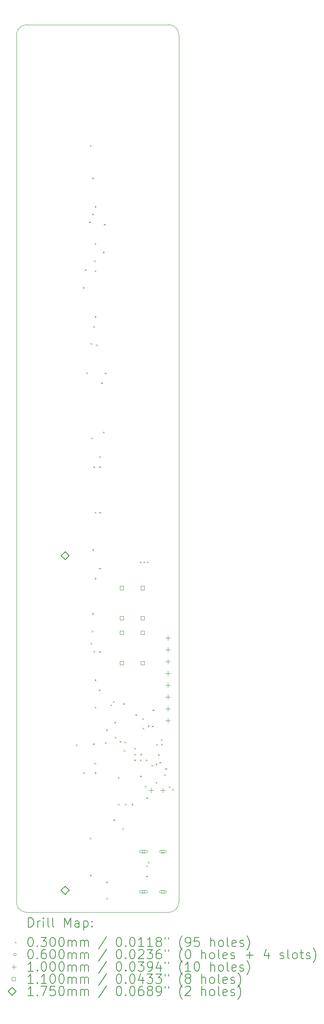
<source format=gbr>
%TF.GenerationSoftware,KiCad,Pcbnew,8.0.5-8.0.5-0~ubuntu24.04.1*%
%TF.CreationDate,2024-09-18T19:03:46+02:00*%
%TF.ProjectId,v_ggtermometer,76e46767-7465-4726-9d6f-6d657465722e,rev?*%
%TF.SameCoordinates,Original*%
%TF.FileFunction,Drillmap*%
%TF.FilePolarity,Positive*%
%FSLAX45Y45*%
G04 Gerber Fmt 4.5, Leading zero omitted, Abs format (unit mm)*
G04 Created by KiCad (PCBNEW 8.0.5-8.0.5-0~ubuntu24.04.1) date 2024-09-18 19:03:46*
%MOMM*%
%LPD*%
G01*
G04 APERTURE LIST*
%ADD10C,0.050000*%
%ADD11C,0.200000*%
%ADD12C,0.100000*%
%ADD13C,0.110000*%
%ADD14C,0.175000*%
G04 APERTURE END LIST*
D10*
X7375000Y-22300000D02*
G75*
G02*
X7150000Y-22525000I-225000J0D01*
G01*
X3875000Y-22300000D02*
X3875000Y-3650000D01*
X3875000Y-3650000D02*
G75*
G02*
X4100000Y-3425000I225000J0D01*
G01*
X4100000Y-22525000D02*
G75*
G02*
X3875000Y-22300000I0J225000D01*
G01*
X7150000Y-22525000D02*
X4100000Y-22525000D01*
X7150000Y-3425000D02*
G75*
G02*
X7375000Y-3650000I0J-225000D01*
G01*
X4100000Y-3425000D02*
X7150000Y-3425000D01*
X7375000Y-3650000D02*
X7375000Y-22300000D01*
D11*
D12*
X5160000Y-18910000D02*
X5190000Y-18940000D01*
X5190000Y-18910000D02*
X5160000Y-18940000D01*
X5307760Y-9069880D02*
X5337760Y-9099880D01*
X5337760Y-9069880D02*
X5307760Y-9099880D01*
X5310000Y-19510000D02*
X5340000Y-19540000D01*
X5340000Y-19510000D02*
X5310000Y-19540000D01*
X5347610Y-8686320D02*
X5377610Y-8716320D01*
X5377610Y-8686320D02*
X5347610Y-8716320D01*
X5380074Y-10905074D02*
X5410074Y-10935074D01*
X5410074Y-10905074D02*
X5380074Y-10935074D01*
X5437200Y-7659000D02*
X5467200Y-7689000D01*
X5467200Y-7659000D02*
X5437200Y-7689000D01*
X5455000Y-20915000D02*
X5485000Y-20945000D01*
X5485000Y-20915000D02*
X5455000Y-20945000D01*
X5460000Y-21710000D02*
X5490000Y-21740000D01*
X5490000Y-21710000D02*
X5460000Y-21740000D01*
X5460270Y-6015420D02*
X5490270Y-6045420D01*
X5490270Y-6015420D02*
X5460270Y-6045420D01*
X5470410Y-10272270D02*
X5500410Y-10302270D01*
X5500410Y-10272270D02*
X5470410Y-10302270D01*
X5472690Y-16725000D02*
X5502690Y-16755000D01*
X5502690Y-16725000D02*
X5472690Y-16755000D01*
X5485000Y-12310000D02*
X5515000Y-12340000D01*
X5515000Y-12310000D02*
X5485000Y-12340000D01*
X5498038Y-16458686D02*
X5528038Y-16488686D01*
X5528038Y-16458686D02*
X5498038Y-16488686D01*
X5504480Y-6710000D02*
X5534480Y-6740000D01*
X5534480Y-6710000D02*
X5504480Y-6740000D01*
X5507170Y-7490250D02*
X5537170Y-7520250D01*
X5537170Y-7490250D02*
X5507170Y-7520250D01*
X5507362Y-16085822D02*
X5537362Y-16115822D01*
X5537362Y-16085822D02*
X5507362Y-16115822D01*
X5508540Y-14710000D02*
X5538540Y-14740000D01*
X5538540Y-14710000D02*
X5508540Y-14740000D01*
X5522307Y-18888097D02*
X5552307Y-18918097D01*
X5552307Y-18888097D02*
X5522307Y-18918097D01*
X5529990Y-9910000D02*
X5559990Y-9940000D01*
X5559990Y-9910000D02*
X5529990Y-9940000D01*
X5529990Y-12924550D02*
X5559990Y-12954550D01*
X5559990Y-12924550D02*
X5529990Y-12954550D01*
X5535000Y-16895300D02*
X5565000Y-16925300D01*
X5565000Y-16895300D02*
X5535000Y-16925300D01*
X5547560Y-8493170D02*
X5577560Y-8523170D01*
X5577560Y-8493170D02*
X5547560Y-8523170D01*
X5555000Y-19305000D02*
X5585000Y-19335000D01*
X5585000Y-19305000D02*
X5555000Y-19335000D01*
X5559260Y-7324060D02*
X5589260Y-7354060D01*
X5589260Y-7324060D02*
X5559260Y-7354060D01*
X5560000Y-8126640D02*
X5590000Y-8156640D01*
X5590000Y-8126640D02*
X5560000Y-8156640D01*
X5560000Y-8710000D02*
X5590000Y-8740000D01*
X5590000Y-8710000D02*
X5560000Y-8740000D01*
X5560000Y-13910000D02*
X5590000Y-13940000D01*
X5590000Y-13910000D02*
X5560000Y-13940000D01*
X5560000Y-17510000D02*
X5590000Y-17540000D01*
X5590000Y-17510000D02*
X5560000Y-17540000D01*
X5560000Y-18098650D02*
X5590000Y-18128650D01*
X5590000Y-18098650D02*
X5560000Y-18128650D01*
X5560000Y-19510000D02*
X5590000Y-19540000D01*
X5590000Y-19510000D02*
X5560000Y-19540000D01*
X5560160Y-9695530D02*
X5590160Y-9725530D01*
X5590160Y-9695530D02*
X5560160Y-9725530D01*
X5561653Y-15328000D02*
X5591653Y-15358000D01*
X5591653Y-15328000D02*
X5561653Y-15358000D01*
X5589840Y-10305370D02*
X5619840Y-10335370D01*
X5619840Y-10305370D02*
X5589840Y-10335370D01*
X5650000Y-17728000D02*
X5680000Y-17758000D01*
X5680000Y-17728000D02*
X5650000Y-17758000D01*
X5657000Y-12710000D02*
X5687000Y-12740000D01*
X5687000Y-12710000D02*
X5657000Y-12740000D01*
X5657000Y-13910000D02*
X5687000Y-13940000D01*
X5687000Y-13910000D02*
X5657000Y-13940000D01*
X5658720Y-12925740D02*
X5688720Y-12955740D01*
X5688720Y-12925740D02*
X5658720Y-12955740D01*
X5660000Y-15110000D02*
X5690000Y-15140000D01*
X5690000Y-15110000D02*
X5660000Y-15140000D01*
X5660000Y-16905000D02*
X5690000Y-16935000D01*
X5690000Y-16905000D02*
X5660000Y-16935000D01*
X5698230Y-11121820D02*
X5728230Y-11151820D01*
X5728230Y-11121820D02*
X5698230Y-11151820D01*
X5739180Y-8305820D02*
X5769180Y-8335820D01*
X5769180Y-8305820D02*
X5739180Y-8335820D01*
X5739450Y-12180000D02*
X5769450Y-12210000D01*
X5769450Y-12180000D02*
X5739450Y-12210000D01*
X5760000Y-7710000D02*
X5790000Y-7740000D01*
X5790000Y-7710000D02*
X5760000Y-7740000D01*
X5775010Y-10910000D02*
X5805010Y-10940000D01*
X5805010Y-10910000D02*
X5775010Y-10940000D01*
X5781500Y-18860000D02*
X5811500Y-18890000D01*
X5811500Y-18860000D02*
X5781500Y-18890000D01*
X5807000Y-18585000D02*
X5837000Y-18615000D01*
X5837000Y-18585000D02*
X5807000Y-18615000D01*
X5810000Y-21860000D02*
X5840000Y-21890000D01*
X5840000Y-21860000D02*
X5810000Y-21890000D01*
X5810000Y-22210000D02*
X5840000Y-22240000D01*
X5840000Y-22210000D02*
X5810000Y-22240000D01*
X5900000Y-18050000D02*
X5930000Y-18080000D01*
X5930000Y-18050000D02*
X5900000Y-18080000D01*
X5955000Y-17975000D02*
X5985000Y-18005000D01*
X5985000Y-17975000D02*
X5955000Y-18005000D01*
X5965000Y-20520000D02*
X5995000Y-20550000D01*
X5995000Y-20520000D02*
X5965000Y-20550000D01*
X5984142Y-18425858D02*
X6014142Y-18455858D01*
X6014142Y-18425858D02*
X5984142Y-18455858D01*
X5992573Y-18742574D02*
X6022573Y-18772574D01*
X6022573Y-18742574D02*
X5992573Y-18772574D01*
X6060000Y-19615000D02*
X6090000Y-19645000D01*
X6090000Y-19615000D02*
X6060000Y-19645000D01*
X6062500Y-20185000D02*
X6092500Y-20215000D01*
X6092500Y-20185000D02*
X6062500Y-20215000D01*
X6100000Y-18835000D02*
X6130000Y-18865000D01*
X6130000Y-18835000D02*
X6100000Y-18865000D01*
X6157500Y-20710000D02*
X6187500Y-20740000D01*
X6187500Y-20710000D02*
X6157500Y-20740000D01*
X6175000Y-18025000D02*
X6205000Y-18055000D01*
X6205000Y-18025000D02*
X6175000Y-18055000D01*
X6185000Y-19025000D02*
X6215000Y-19055000D01*
X6215000Y-19025000D02*
X6185000Y-19055000D01*
X6199069Y-18849069D02*
X6229069Y-18879069D01*
X6229069Y-18849069D02*
X6199069Y-18879069D01*
X6210000Y-20185000D02*
X6240000Y-20215000D01*
X6240000Y-20185000D02*
X6210000Y-20215000D01*
X6357500Y-20185000D02*
X6387500Y-20215000D01*
X6387500Y-20185000D02*
X6357500Y-20215000D01*
X6410000Y-18985000D02*
X6440000Y-19015000D01*
X6440000Y-18985000D02*
X6410000Y-19015000D01*
X6410000Y-19110000D02*
X6440000Y-19140000D01*
X6440000Y-19110000D02*
X6410000Y-19140000D01*
X6410000Y-19235000D02*
X6440000Y-19265000D01*
X6440000Y-19235000D02*
X6410000Y-19265000D01*
X6435000Y-18260000D02*
X6465000Y-18290000D01*
X6465000Y-18260000D02*
X6435000Y-18290000D01*
X6535000Y-19235000D02*
X6565000Y-19265000D01*
X6565000Y-19235000D02*
X6535000Y-19265000D01*
X6536000Y-14976000D02*
X6566000Y-15006000D01*
X6566000Y-14976000D02*
X6536000Y-15006000D01*
X6539038Y-19580962D02*
X6569038Y-19610962D01*
X6569038Y-19580962D02*
X6539038Y-19610962D01*
X6541250Y-19110000D02*
X6571250Y-19140000D01*
X6571250Y-19110000D02*
X6541250Y-19140000D01*
X6585000Y-18345000D02*
X6615000Y-18375000D01*
X6615000Y-18345000D02*
X6585000Y-18375000D01*
X6587573Y-18552427D02*
X6617573Y-18582427D01*
X6617573Y-18552427D02*
X6587573Y-18582427D01*
X6611000Y-14976000D02*
X6641000Y-15006000D01*
X6641000Y-14976000D02*
X6611000Y-15006000D01*
X6639825Y-19797179D02*
X6669825Y-19827179D01*
X6669825Y-19797179D02*
X6639825Y-19827179D01*
X6660000Y-19235000D02*
X6690000Y-19265000D01*
X6690000Y-19235000D02*
X6660000Y-19265000D01*
X6665101Y-21733082D02*
X6695101Y-21763082D01*
X6695101Y-21733082D02*
X6665101Y-21763082D01*
X6668557Y-21510481D02*
X6698557Y-21540481D01*
X6698557Y-21510481D02*
X6668557Y-21540481D01*
X6675000Y-20045000D02*
X6705000Y-20075000D01*
X6705000Y-20045000D02*
X6675000Y-20075000D01*
X6686000Y-14976000D02*
X6716000Y-15006000D01*
X6716000Y-14976000D02*
X6686000Y-15006000D01*
X6705000Y-18500000D02*
X6735000Y-18530000D01*
X6735000Y-18500000D02*
X6705000Y-18530000D01*
X6709519Y-21430343D02*
X6739519Y-21460343D01*
X6739519Y-21430343D02*
X6709519Y-21460343D01*
X6783750Y-19349625D02*
X6813750Y-19379625D01*
X6813750Y-19349625D02*
X6783750Y-19379625D01*
X6793076Y-18505000D02*
X6823076Y-18535000D01*
X6823076Y-18505000D02*
X6793076Y-18535000D01*
X6810000Y-18160000D02*
X6840000Y-18190000D01*
X6840000Y-18160000D02*
X6810000Y-18190000D01*
X6871853Y-19715000D02*
X6901853Y-19745000D01*
X6901853Y-19715000D02*
X6871853Y-19745000D01*
X6874054Y-19324341D02*
X6904054Y-19354341D01*
X6904054Y-19324341D02*
X6874054Y-19354341D01*
X6885000Y-18900000D02*
X6915000Y-18930000D01*
X6915000Y-18900000D02*
X6885000Y-18930000D01*
X6922431Y-19119493D02*
X6952431Y-19149493D01*
X6952431Y-19119493D02*
X6922431Y-19149493D01*
X6955000Y-19285000D02*
X6985000Y-19315000D01*
X6985000Y-19285000D02*
X6955000Y-19315000D01*
X6988000Y-18800000D02*
X7018000Y-18830000D01*
X7018000Y-18800000D02*
X6988000Y-18830000D01*
X6990538Y-18895000D02*
X7020538Y-18925000D01*
X7020538Y-18895000D02*
X6990538Y-18925000D01*
X7053076Y-19550000D02*
X7083076Y-19580000D01*
X7083076Y-19550000D02*
X7053076Y-19580000D01*
X7080000Y-19420000D02*
X7110000Y-19450000D01*
X7110000Y-19420000D02*
X7080000Y-19450000D01*
X7155000Y-19805000D02*
X7185000Y-19835000D01*
X7185000Y-19805000D02*
X7155000Y-19835000D01*
X7235000Y-19865000D02*
X7265000Y-19895000D01*
X7265000Y-19865000D02*
X7235000Y-19895000D01*
X6642019Y-21215519D02*
G75*
G02*
X6582019Y-21215519I-30000J0D01*
G01*
X6582019Y-21215519D02*
G75*
G02*
X6642019Y-21215519I30000J0D01*
G01*
X6667019Y-21185519D02*
X6557019Y-21185519D01*
X6557019Y-21245519D02*
G75*
G02*
X6557019Y-21185519I0J30000D01*
G01*
X6557019Y-21245519D02*
X6667019Y-21245519D01*
X6667019Y-21245519D02*
G75*
G03*
X6667019Y-21185519I0J30000D01*
G01*
X6642019Y-22079519D02*
G75*
G02*
X6582019Y-22079519I-30000J0D01*
G01*
X6582019Y-22079519D02*
G75*
G02*
X6642019Y-22079519I30000J0D01*
G01*
X6667019Y-22049519D02*
X6557019Y-22049519D01*
X6557019Y-22109519D02*
G75*
G02*
X6557019Y-22049519I0J30000D01*
G01*
X6557019Y-22109519D02*
X6667019Y-22109519D01*
X6667019Y-22109519D02*
G75*
G03*
X6667019Y-22049519I0J30000D01*
G01*
X7062019Y-21215519D02*
G75*
G02*
X7002019Y-21215519I-30000J0D01*
G01*
X7002019Y-21215519D02*
G75*
G02*
X7062019Y-21215519I30000J0D01*
G01*
X7072019Y-21185519D02*
X6992019Y-21185519D01*
X6992019Y-21245519D02*
G75*
G02*
X6992019Y-21185519I0J30000D01*
G01*
X6992019Y-21245519D02*
X7072019Y-21245519D01*
X7072019Y-21245519D02*
G75*
G03*
X7072019Y-21185519I0J30000D01*
G01*
X7062019Y-22079519D02*
G75*
G02*
X7002019Y-22079519I-30000J0D01*
G01*
X7002019Y-22079519D02*
G75*
G02*
X7062019Y-22079519I30000J0D01*
G01*
X7072019Y-22049519D02*
X6992019Y-22049519D01*
X6992019Y-22109519D02*
G75*
G02*
X6992019Y-22049519I0J30000D01*
G01*
X6992019Y-22109519D02*
X7072019Y-22109519D01*
X7072019Y-22109519D02*
G75*
G03*
X7072019Y-22049519I0J30000D01*
G01*
X6775000Y-19847500D02*
X6775000Y-19947500D01*
X6725000Y-19897500D02*
X6825000Y-19897500D01*
X7025000Y-19847500D02*
X7025000Y-19947500D01*
X6975000Y-19897500D02*
X7075000Y-19897500D01*
X7140000Y-16567000D02*
X7140000Y-16667000D01*
X7090000Y-16617000D02*
X7190000Y-16617000D01*
X7140000Y-16821000D02*
X7140000Y-16921000D01*
X7090000Y-16871000D02*
X7190000Y-16871000D01*
X7140000Y-17075000D02*
X7140000Y-17175000D01*
X7090000Y-17125000D02*
X7190000Y-17125000D01*
X7140000Y-17329000D02*
X7140000Y-17429000D01*
X7090000Y-17379000D02*
X7190000Y-17379000D01*
X7140000Y-17583000D02*
X7140000Y-17683000D01*
X7090000Y-17633000D02*
X7190000Y-17633000D01*
X7140000Y-17837000D02*
X7140000Y-17937000D01*
X7090000Y-17887000D02*
X7190000Y-17887000D01*
X7140000Y-18091000D02*
X7140000Y-18191000D01*
X7090000Y-18141000D02*
X7190000Y-18141000D01*
X7140000Y-18345000D02*
X7140000Y-18445000D01*
X7090000Y-18395000D02*
X7190000Y-18395000D01*
D13*
X6183891Y-15583891D02*
X6183891Y-15506109D01*
X6106109Y-15506109D01*
X6106109Y-15583891D01*
X6183891Y-15583891D01*
X6183891Y-16233891D02*
X6183891Y-16156109D01*
X6106109Y-16156109D01*
X6106109Y-16233891D01*
X6183891Y-16233891D01*
X6183891Y-16543891D02*
X6183891Y-16466109D01*
X6106109Y-16466109D01*
X6106109Y-16543891D01*
X6183891Y-16543891D01*
X6183891Y-17193891D02*
X6183891Y-17116109D01*
X6106109Y-17116109D01*
X6106109Y-17193891D01*
X6183891Y-17193891D01*
X6633891Y-15583891D02*
X6633891Y-15506109D01*
X6556109Y-15506109D01*
X6556109Y-15583891D01*
X6633891Y-15583891D01*
X6633891Y-16233891D02*
X6633891Y-16156109D01*
X6556109Y-16156109D01*
X6556109Y-16233891D01*
X6633891Y-16233891D01*
X6633891Y-16543891D02*
X6633891Y-16466109D01*
X6556109Y-16466109D01*
X6556109Y-16543891D01*
X6633891Y-16543891D01*
X6633891Y-17193891D02*
X6633891Y-17116109D01*
X6556109Y-17116109D01*
X6556109Y-17193891D01*
X6633891Y-17193891D01*
D14*
X4925000Y-14937500D02*
X5012500Y-14850000D01*
X4925000Y-14762500D01*
X4837500Y-14850000D01*
X4925000Y-14937500D01*
X4925000Y-22137500D02*
X5012500Y-22050000D01*
X4925000Y-21962500D01*
X4837500Y-22050000D01*
X4925000Y-22137500D01*
D11*
X4133277Y-22838984D02*
X4133277Y-22638984D01*
X4133277Y-22638984D02*
X4180896Y-22638984D01*
X4180896Y-22638984D02*
X4209467Y-22648508D01*
X4209467Y-22648508D02*
X4228515Y-22667555D01*
X4228515Y-22667555D02*
X4238039Y-22686603D01*
X4238039Y-22686603D02*
X4247563Y-22724698D01*
X4247563Y-22724698D02*
X4247563Y-22753269D01*
X4247563Y-22753269D02*
X4238039Y-22791365D01*
X4238039Y-22791365D02*
X4228515Y-22810412D01*
X4228515Y-22810412D02*
X4209467Y-22829460D01*
X4209467Y-22829460D02*
X4180896Y-22838984D01*
X4180896Y-22838984D02*
X4133277Y-22838984D01*
X4333277Y-22838984D02*
X4333277Y-22705650D01*
X4333277Y-22743746D02*
X4342801Y-22724698D01*
X4342801Y-22724698D02*
X4352324Y-22715174D01*
X4352324Y-22715174D02*
X4371372Y-22705650D01*
X4371372Y-22705650D02*
X4390420Y-22705650D01*
X4457086Y-22838984D02*
X4457086Y-22705650D01*
X4457086Y-22638984D02*
X4447563Y-22648508D01*
X4447563Y-22648508D02*
X4457086Y-22658031D01*
X4457086Y-22658031D02*
X4466610Y-22648508D01*
X4466610Y-22648508D02*
X4457086Y-22638984D01*
X4457086Y-22638984D02*
X4457086Y-22658031D01*
X4580896Y-22838984D02*
X4561848Y-22829460D01*
X4561848Y-22829460D02*
X4552324Y-22810412D01*
X4552324Y-22810412D02*
X4552324Y-22638984D01*
X4685658Y-22838984D02*
X4666610Y-22829460D01*
X4666610Y-22829460D02*
X4657086Y-22810412D01*
X4657086Y-22810412D02*
X4657086Y-22638984D01*
X4914229Y-22838984D02*
X4914229Y-22638984D01*
X4914229Y-22638984D02*
X4980896Y-22781841D01*
X4980896Y-22781841D02*
X5047563Y-22638984D01*
X5047563Y-22638984D02*
X5047563Y-22838984D01*
X5228515Y-22838984D02*
X5228515Y-22734222D01*
X5228515Y-22734222D02*
X5218991Y-22715174D01*
X5218991Y-22715174D02*
X5199944Y-22705650D01*
X5199944Y-22705650D02*
X5161848Y-22705650D01*
X5161848Y-22705650D02*
X5142801Y-22715174D01*
X5228515Y-22829460D02*
X5209467Y-22838984D01*
X5209467Y-22838984D02*
X5161848Y-22838984D01*
X5161848Y-22838984D02*
X5142801Y-22829460D01*
X5142801Y-22829460D02*
X5133277Y-22810412D01*
X5133277Y-22810412D02*
X5133277Y-22791365D01*
X5133277Y-22791365D02*
X5142801Y-22772317D01*
X5142801Y-22772317D02*
X5161848Y-22762793D01*
X5161848Y-22762793D02*
X5209467Y-22762793D01*
X5209467Y-22762793D02*
X5228515Y-22753269D01*
X5323753Y-22705650D02*
X5323753Y-22905650D01*
X5323753Y-22715174D02*
X5342801Y-22705650D01*
X5342801Y-22705650D02*
X5380896Y-22705650D01*
X5380896Y-22705650D02*
X5399944Y-22715174D01*
X5399944Y-22715174D02*
X5409467Y-22724698D01*
X5409467Y-22724698D02*
X5418991Y-22743746D01*
X5418991Y-22743746D02*
X5418991Y-22800888D01*
X5418991Y-22800888D02*
X5409467Y-22819936D01*
X5409467Y-22819936D02*
X5399944Y-22829460D01*
X5399944Y-22829460D02*
X5380896Y-22838984D01*
X5380896Y-22838984D02*
X5342801Y-22838984D01*
X5342801Y-22838984D02*
X5323753Y-22829460D01*
X5504705Y-22819936D02*
X5514229Y-22829460D01*
X5514229Y-22829460D02*
X5504705Y-22838984D01*
X5504705Y-22838984D02*
X5495182Y-22829460D01*
X5495182Y-22829460D02*
X5504705Y-22819936D01*
X5504705Y-22819936D02*
X5504705Y-22838984D01*
X5504705Y-22715174D02*
X5514229Y-22724698D01*
X5514229Y-22724698D02*
X5504705Y-22734222D01*
X5504705Y-22734222D02*
X5495182Y-22724698D01*
X5495182Y-22724698D02*
X5504705Y-22715174D01*
X5504705Y-22715174D02*
X5504705Y-22734222D01*
D12*
X3842500Y-23152500D02*
X3872500Y-23182500D01*
X3872500Y-23152500D02*
X3842500Y-23182500D01*
D11*
X4171372Y-23058984D02*
X4190420Y-23058984D01*
X4190420Y-23058984D02*
X4209467Y-23068508D01*
X4209467Y-23068508D02*
X4218991Y-23078031D01*
X4218991Y-23078031D02*
X4228515Y-23097079D01*
X4228515Y-23097079D02*
X4238039Y-23135174D01*
X4238039Y-23135174D02*
X4238039Y-23182793D01*
X4238039Y-23182793D02*
X4228515Y-23220888D01*
X4228515Y-23220888D02*
X4218991Y-23239936D01*
X4218991Y-23239936D02*
X4209467Y-23249460D01*
X4209467Y-23249460D02*
X4190420Y-23258984D01*
X4190420Y-23258984D02*
X4171372Y-23258984D01*
X4171372Y-23258984D02*
X4152324Y-23249460D01*
X4152324Y-23249460D02*
X4142801Y-23239936D01*
X4142801Y-23239936D02*
X4133277Y-23220888D01*
X4133277Y-23220888D02*
X4123753Y-23182793D01*
X4123753Y-23182793D02*
X4123753Y-23135174D01*
X4123753Y-23135174D02*
X4133277Y-23097079D01*
X4133277Y-23097079D02*
X4142801Y-23078031D01*
X4142801Y-23078031D02*
X4152324Y-23068508D01*
X4152324Y-23068508D02*
X4171372Y-23058984D01*
X4323753Y-23239936D02*
X4333277Y-23249460D01*
X4333277Y-23249460D02*
X4323753Y-23258984D01*
X4323753Y-23258984D02*
X4314229Y-23249460D01*
X4314229Y-23249460D02*
X4323753Y-23239936D01*
X4323753Y-23239936D02*
X4323753Y-23258984D01*
X4399944Y-23058984D02*
X4523753Y-23058984D01*
X4523753Y-23058984D02*
X4457086Y-23135174D01*
X4457086Y-23135174D02*
X4485658Y-23135174D01*
X4485658Y-23135174D02*
X4504705Y-23144698D01*
X4504705Y-23144698D02*
X4514229Y-23154222D01*
X4514229Y-23154222D02*
X4523753Y-23173269D01*
X4523753Y-23173269D02*
X4523753Y-23220888D01*
X4523753Y-23220888D02*
X4514229Y-23239936D01*
X4514229Y-23239936D02*
X4504705Y-23249460D01*
X4504705Y-23249460D02*
X4485658Y-23258984D01*
X4485658Y-23258984D02*
X4428515Y-23258984D01*
X4428515Y-23258984D02*
X4409467Y-23249460D01*
X4409467Y-23249460D02*
X4399944Y-23239936D01*
X4647563Y-23058984D02*
X4666610Y-23058984D01*
X4666610Y-23058984D02*
X4685658Y-23068508D01*
X4685658Y-23068508D02*
X4695182Y-23078031D01*
X4695182Y-23078031D02*
X4704705Y-23097079D01*
X4704705Y-23097079D02*
X4714229Y-23135174D01*
X4714229Y-23135174D02*
X4714229Y-23182793D01*
X4714229Y-23182793D02*
X4704705Y-23220888D01*
X4704705Y-23220888D02*
X4695182Y-23239936D01*
X4695182Y-23239936D02*
X4685658Y-23249460D01*
X4685658Y-23249460D02*
X4666610Y-23258984D01*
X4666610Y-23258984D02*
X4647563Y-23258984D01*
X4647563Y-23258984D02*
X4628515Y-23249460D01*
X4628515Y-23249460D02*
X4618991Y-23239936D01*
X4618991Y-23239936D02*
X4609467Y-23220888D01*
X4609467Y-23220888D02*
X4599944Y-23182793D01*
X4599944Y-23182793D02*
X4599944Y-23135174D01*
X4599944Y-23135174D02*
X4609467Y-23097079D01*
X4609467Y-23097079D02*
X4618991Y-23078031D01*
X4618991Y-23078031D02*
X4628515Y-23068508D01*
X4628515Y-23068508D02*
X4647563Y-23058984D01*
X4838039Y-23058984D02*
X4857086Y-23058984D01*
X4857086Y-23058984D02*
X4876134Y-23068508D01*
X4876134Y-23068508D02*
X4885658Y-23078031D01*
X4885658Y-23078031D02*
X4895182Y-23097079D01*
X4895182Y-23097079D02*
X4904705Y-23135174D01*
X4904705Y-23135174D02*
X4904705Y-23182793D01*
X4904705Y-23182793D02*
X4895182Y-23220888D01*
X4895182Y-23220888D02*
X4885658Y-23239936D01*
X4885658Y-23239936D02*
X4876134Y-23249460D01*
X4876134Y-23249460D02*
X4857086Y-23258984D01*
X4857086Y-23258984D02*
X4838039Y-23258984D01*
X4838039Y-23258984D02*
X4818991Y-23249460D01*
X4818991Y-23249460D02*
X4809467Y-23239936D01*
X4809467Y-23239936D02*
X4799944Y-23220888D01*
X4799944Y-23220888D02*
X4790420Y-23182793D01*
X4790420Y-23182793D02*
X4790420Y-23135174D01*
X4790420Y-23135174D02*
X4799944Y-23097079D01*
X4799944Y-23097079D02*
X4809467Y-23078031D01*
X4809467Y-23078031D02*
X4818991Y-23068508D01*
X4818991Y-23068508D02*
X4838039Y-23058984D01*
X4990420Y-23258984D02*
X4990420Y-23125650D01*
X4990420Y-23144698D02*
X4999944Y-23135174D01*
X4999944Y-23135174D02*
X5018991Y-23125650D01*
X5018991Y-23125650D02*
X5047563Y-23125650D01*
X5047563Y-23125650D02*
X5066610Y-23135174D01*
X5066610Y-23135174D02*
X5076134Y-23154222D01*
X5076134Y-23154222D02*
X5076134Y-23258984D01*
X5076134Y-23154222D02*
X5085658Y-23135174D01*
X5085658Y-23135174D02*
X5104705Y-23125650D01*
X5104705Y-23125650D02*
X5133277Y-23125650D01*
X5133277Y-23125650D02*
X5152325Y-23135174D01*
X5152325Y-23135174D02*
X5161848Y-23154222D01*
X5161848Y-23154222D02*
X5161848Y-23258984D01*
X5257086Y-23258984D02*
X5257086Y-23125650D01*
X5257086Y-23144698D02*
X5266610Y-23135174D01*
X5266610Y-23135174D02*
X5285658Y-23125650D01*
X5285658Y-23125650D02*
X5314229Y-23125650D01*
X5314229Y-23125650D02*
X5333277Y-23135174D01*
X5333277Y-23135174D02*
X5342801Y-23154222D01*
X5342801Y-23154222D02*
X5342801Y-23258984D01*
X5342801Y-23154222D02*
X5352325Y-23135174D01*
X5352325Y-23135174D02*
X5371372Y-23125650D01*
X5371372Y-23125650D02*
X5399944Y-23125650D01*
X5399944Y-23125650D02*
X5418991Y-23135174D01*
X5418991Y-23135174D02*
X5428515Y-23154222D01*
X5428515Y-23154222D02*
X5428515Y-23258984D01*
X5818991Y-23049460D02*
X5647563Y-23306603D01*
X6076134Y-23058984D02*
X6095182Y-23058984D01*
X6095182Y-23058984D02*
X6114229Y-23068508D01*
X6114229Y-23068508D02*
X6123753Y-23078031D01*
X6123753Y-23078031D02*
X6133277Y-23097079D01*
X6133277Y-23097079D02*
X6142801Y-23135174D01*
X6142801Y-23135174D02*
X6142801Y-23182793D01*
X6142801Y-23182793D02*
X6133277Y-23220888D01*
X6133277Y-23220888D02*
X6123753Y-23239936D01*
X6123753Y-23239936D02*
X6114229Y-23249460D01*
X6114229Y-23249460D02*
X6095182Y-23258984D01*
X6095182Y-23258984D02*
X6076134Y-23258984D01*
X6076134Y-23258984D02*
X6057086Y-23249460D01*
X6057086Y-23249460D02*
X6047563Y-23239936D01*
X6047563Y-23239936D02*
X6038039Y-23220888D01*
X6038039Y-23220888D02*
X6028515Y-23182793D01*
X6028515Y-23182793D02*
X6028515Y-23135174D01*
X6028515Y-23135174D02*
X6038039Y-23097079D01*
X6038039Y-23097079D02*
X6047563Y-23078031D01*
X6047563Y-23078031D02*
X6057086Y-23068508D01*
X6057086Y-23068508D02*
X6076134Y-23058984D01*
X6228515Y-23239936D02*
X6238039Y-23249460D01*
X6238039Y-23249460D02*
X6228515Y-23258984D01*
X6228515Y-23258984D02*
X6218991Y-23249460D01*
X6218991Y-23249460D02*
X6228515Y-23239936D01*
X6228515Y-23239936D02*
X6228515Y-23258984D01*
X6361848Y-23058984D02*
X6380896Y-23058984D01*
X6380896Y-23058984D02*
X6399944Y-23068508D01*
X6399944Y-23068508D02*
X6409467Y-23078031D01*
X6409467Y-23078031D02*
X6418991Y-23097079D01*
X6418991Y-23097079D02*
X6428515Y-23135174D01*
X6428515Y-23135174D02*
X6428515Y-23182793D01*
X6428515Y-23182793D02*
X6418991Y-23220888D01*
X6418991Y-23220888D02*
X6409467Y-23239936D01*
X6409467Y-23239936D02*
X6399944Y-23249460D01*
X6399944Y-23249460D02*
X6380896Y-23258984D01*
X6380896Y-23258984D02*
X6361848Y-23258984D01*
X6361848Y-23258984D02*
X6342801Y-23249460D01*
X6342801Y-23249460D02*
X6333277Y-23239936D01*
X6333277Y-23239936D02*
X6323753Y-23220888D01*
X6323753Y-23220888D02*
X6314229Y-23182793D01*
X6314229Y-23182793D02*
X6314229Y-23135174D01*
X6314229Y-23135174D02*
X6323753Y-23097079D01*
X6323753Y-23097079D02*
X6333277Y-23078031D01*
X6333277Y-23078031D02*
X6342801Y-23068508D01*
X6342801Y-23068508D02*
X6361848Y-23058984D01*
X6618991Y-23258984D02*
X6504706Y-23258984D01*
X6561848Y-23258984D02*
X6561848Y-23058984D01*
X6561848Y-23058984D02*
X6542801Y-23087555D01*
X6542801Y-23087555D02*
X6523753Y-23106603D01*
X6523753Y-23106603D02*
X6504706Y-23116127D01*
X6809467Y-23258984D02*
X6695182Y-23258984D01*
X6752325Y-23258984D02*
X6752325Y-23058984D01*
X6752325Y-23058984D02*
X6733277Y-23087555D01*
X6733277Y-23087555D02*
X6714229Y-23106603D01*
X6714229Y-23106603D02*
X6695182Y-23116127D01*
X6923753Y-23144698D02*
X6904706Y-23135174D01*
X6904706Y-23135174D02*
X6895182Y-23125650D01*
X6895182Y-23125650D02*
X6885658Y-23106603D01*
X6885658Y-23106603D02*
X6885658Y-23097079D01*
X6885658Y-23097079D02*
X6895182Y-23078031D01*
X6895182Y-23078031D02*
X6904706Y-23068508D01*
X6904706Y-23068508D02*
X6923753Y-23058984D01*
X6923753Y-23058984D02*
X6961848Y-23058984D01*
X6961848Y-23058984D02*
X6980896Y-23068508D01*
X6980896Y-23068508D02*
X6990420Y-23078031D01*
X6990420Y-23078031D02*
X6999944Y-23097079D01*
X6999944Y-23097079D02*
X6999944Y-23106603D01*
X6999944Y-23106603D02*
X6990420Y-23125650D01*
X6990420Y-23125650D02*
X6980896Y-23135174D01*
X6980896Y-23135174D02*
X6961848Y-23144698D01*
X6961848Y-23144698D02*
X6923753Y-23144698D01*
X6923753Y-23144698D02*
X6904706Y-23154222D01*
X6904706Y-23154222D02*
X6895182Y-23163746D01*
X6895182Y-23163746D02*
X6885658Y-23182793D01*
X6885658Y-23182793D02*
X6885658Y-23220888D01*
X6885658Y-23220888D02*
X6895182Y-23239936D01*
X6895182Y-23239936D02*
X6904706Y-23249460D01*
X6904706Y-23249460D02*
X6923753Y-23258984D01*
X6923753Y-23258984D02*
X6961848Y-23258984D01*
X6961848Y-23258984D02*
X6980896Y-23249460D01*
X6980896Y-23249460D02*
X6990420Y-23239936D01*
X6990420Y-23239936D02*
X6999944Y-23220888D01*
X6999944Y-23220888D02*
X6999944Y-23182793D01*
X6999944Y-23182793D02*
X6990420Y-23163746D01*
X6990420Y-23163746D02*
X6980896Y-23154222D01*
X6980896Y-23154222D02*
X6961848Y-23144698D01*
X7076134Y-23058984D02*
X7076134Y-23097079D01*
X7152325Y-23058984D02*
X7152325Y-23097079D01*
X7447563Y-23335174D02*
X7438039Y-23325650D01*
X7438039Y-23325650D02*
X7418991Y-23297079D01*
X7418991Y-23297079D02*
X7409468Y-23278031D01*
X7409468Y-23278031D02*
X7399944Y-23249460D01*
X7399944Y-23249460D02*
X7390420Y-23201841D01*
X7390420Y-23201841D02*
X7390420Y-23163746D01*
X7390420Y-23163746D02*
X7399944Y-23116127D01*
X7399944Y-23116127D02*
X7409468Y-23087555D01*
X7409468Y-23087555D02*
X7418991Y-23068508D01*
X7418991Y-23068508D02*
X7438039Y-23039936D01*
X7438039Y-23039936D02*
X7447563Y-23030412D01*
X7533277Y-23258984D02*
X7571372Y-23258984D01*
X7571372Y-23258984D02*
X7590420Y-23249460D01*
X7590420Y-23249460D02*
X7599944Y-23239936D01*
X7599944Y-23239936D02*
X7618991Y-23211365D01*
X7618991Y-23211365D02*
X7628515Y-23173269D01*
X7628515Y-23173269D02*
X7628515Y-23097079D01*
X7628515Y-23097079D02*
X7618991Y-23078031D01*
X7618991Y-23078031D02*
X7609468Y-23068508D01*
X7609468Y-23068508D02*
X7590420Y-23058984D01*
X7590420Y-23058984D02*
X7552325Y-23058984D01*
X7552325Y-23058984D02*
X7533277Y-23068508D01*
X7533277Y-23068508D02*
X7523753Y-23078031D01*
X7523753Y-23078031D02*
X7514229Y-23097079D01*
X7514229Y-23097079D02*
X7514229Y-23144698D01*
X7514229Y-23144698D02*
X7523753Y-23163746D01*
X7523753Y-23163746D02*
X7533277Y-23173269D01*
X7533277Y-23173269D02*
X7552325Y-23182793D01*
X7552325Y-23182793D02*
X7590420Y-23182793D01*
X7590420Y-23182793D02*
X7609468Y-23173269D01*
X7609468Y-23173269D02*
X7618991Y-23163746D01*
X7618991Y-23163746D02*
X7628515Y-23144698D01*
X7809468Y-23058984D02*
X7714229Y-23058984D01*
X7714229Y-23058984D02*
X7704706Y-23154222D01*
X7704706Y-23154222D02*
X7714229Y-23144698D01*
X7714229Y-23144698D02*
X7733277Y-23135174D01*
X7733277Y-23135174D02*
X7780896Y-23135174D01*
X7780896Y-23135174D02*
X7799944Y-23144698D01*
X7799944Y-23144698D02*
X7809468Y-23154222D01*
X7809468Y-23154222D02*
X7818991Y-23173269D01*
X7818991Y-23173269D02*
X7818991Y-23220888D01*
X7818991Y-23220888D02*
X7809468Y-23239936D01*
X7809468Y-23239936D02*
X7799944Y-23249460D01*
X7799944Y-23249460D02*
X7780896Y-23258984D01*
X7780896Y-23258984D02*
X7733277Y-23258984D01*
X7733277Y-23258984D02*
X7714229Y-23249460D01*
X7714229Y-23249460D02*
X7704706Y-23239936D01*
X8057087Y-23258984D02*
X8057087Y-23058984D01*
X8142801Y-23258984D02*
X8142801Y-23154222D01*
X8142801Y-23154222D02*
X8133277Y-23135174D01*
X8133277Y-23135174D02*
X8114230Y-23125650D01*
X8114230Y-23125650D02*
X8085658Y-23125650D01*
X8085658Y-23125650D02*
X8066610Y-23135174D01*
X8066610Y-23135174D02*
X8057087Y-23144698D01*
X8266610Y-23258984D02*
X8247563Y-23249460D01*
X8247563Y-23249460D02*
X8238039Y-23239936D01*
X8238039Y-23239936D02*
X8228515Y-23220888D01*
X8228515Y-23220888D02*
X8228515Y-23163746D01*
X8228515Y-23163746D02*
X8238039Y-23144698D01*
X8238039Y-23144698D02*
X8247563Y-23135174D01*
X8247563Y-23135174D02*
X8266610Y-23125650D01*
X8266610Y-23125650D02*
X8295182Y-23125650D01*
X8295182Y-23125650D02*
X8314230Y-23135174D01*
X8314230Y-23135174D02*
X8323753Y-23144698D01*
X8323753Y-23144698D02*
X8333277Y-23163746D01*
X8333277Y-23163746D02*
X8333277Y-23220888D01*
X8333277Y-23220888D02*
X8323753Y-23239936D01*
X8323753Y-23239936D02*
X8314230Y-23249460D01*
X8314230Y-23249460D02*
X8295182Y-23258984D01*
X8295182Y-23258984D02*
X8266610Y-23258984D01*
X8447563Y-23258984D02*
X8428515Y-23249460D01*
X8428515Y-23249460D02*
X8418992Y-23230412D01*
X8418992Y-23230412D02*
X8418992Y-23058984D01*
X8599944Y-23249460D02*
X8580896Y-23258984D01*
X8580896Y-23258984D02*
X8542801Y-23258984D01*
X8542801Y-23258984D02*
X8523753Y-23249460D01*
X8523753Y-23249460D02*
X8514230Y-23230412D01*
X8514230Y-23230412D02*
X8514230Y-23154222D01*
X8514230Y-23154222D02*
X8523753Y-23135174D01*
X8523753Y-23135174D02*
X8542801Y-23125650D01*
X8542801Y-23125650D02*
X8580896Y-23125650D01*
X8580896Y-23125650D02*
X8599944Y-23135174D01*
X8599944Y-23135174D02*
X8609468Y-23154222D01*
X8609468Y-23154222D02*
X8609468Y-23173269D01*
X8609468Y-23173269D02*
X8514230Y-23192317D01*
X8685658Y-23249460D02*
X8704706Y-23258984D01*
X8704706Y-23258984D02*
X8742801Y-23258984D01*
X8742801Y-23258984D02*
X8761849Y-23249460D01*
X8761849Y-23249460D02*
X8771373Y-23230412D01*
X8771373Y-23230412D02*
X8771373Y-23220888D01*
X8771373Y-23220888D02*
X8761849Y-23201841D01*
X8761849Y-23201841D02*
X8742801Y-23192317D01*
X8742801Y-23192317D02*
X8714230Y-23192317D01*
X8714230Y-23192317D02*
X8695182Y-23182793D01*
X8695182Y-23182793D02*
X8685658Y-23163746D01*
X8685658Y-23163746D02*
X8685658Y-23154222D01*
X8685658Y-23154222D02*
X8695182Y-23135174D01*
X8695182Y-23135174D02*
X8714230Y-23125650D01*
X8714230Y-23125650D02*
X8742801Y-23125650D01*
X8742801Y-23125650D02*
X8761849Y-23135174D01*
X8838039Y-23335174D02*
X8847563Y-23325650D01*
X8847563Y-23325650D02*
X8866611Y-23297079D01*
X8866611Y-23297079D02*
X8876134Y-23278031D01*
X8876134Y-23278031D02*
X8885658Y-23249460D01*
X8885658Y-23249460D02*
X8895182Y-23201841D01*
X8895182Y-23201841D02*
X8895182Y-23163746D01*
X8895182Y-23163746D02*
X8885658Y-23116127D01*
X8885658Y-23116127D02*
X8876134Y-23087555D01*
X8876134Y-23087555D02*
X8866611Y-23068508D01*
X8866611Y-23068508D02*
X8847563Y-23039936D01*
X8847563Y-23039936D02*
X8838039Y-23030412D01*
D12*
X3872500Y-23431500D02*
G75*
G02*
X3812500Y-23431500I-30000J0D01*
G01*
X3812500Y-23431500D02*
G75*
G02*
X3872500Y-23431500I30000J0D01*
G01*
D11*
X4171372Y-23322984D02*
X4190420Y-23322984D01*
X4190420Y-23322984D02*
X4209467Y-23332508D01*
X4209467Y-23332508D02*
X4218991Y-23342031D01*
X4218991Y-23342031D02*
X4228515Y-23361079D01*
X4228515Y-23361079D02*
X4238039Y-23399174D01*
X4238039Y-23399174D02*
X4238039Y-23446793D01*
X4238039Y-23446793D02*
X4228515Y-23484888D01*
X4228515Y-23484888D02*
X4218991Y-23503936D01*
X4218991Y-23503936D02*
X4209467Y-23513460D01*
X4209467Y-23513460D02*
X4190420Y-23522984D01*
X4190420Y-23522984D02*
X4171372Y-23522984D01*
X4171372Y-23522984D02*
X4152324Y-23513460D01*
X4152324Y-23513460D02*
X4142801Y-23503936D01*
X4142801Y-23503936D02*
X4133277Y-23484888D01*
X4133277Y-23484888D02*
X4123753Y-23446793D01*
X4123753Y-23446793D02*
X4123753Y-23399174D01*
X4123753Y-23399174D02*
X4133277Y-23361079D01*
X4133277Y-23361079D02*
X4142801Y-23342031D01*
X4142801Y-23342031D02*
X4152324Y-23332508D01*
X4152324Y-23332508D02*
X4171372Y-23322984D01*
X4323753Y-23503936D02*
X4333277Y-23513460D01*
X4333277Y-23513460D02*
X4323753Y-23522984D01*
X4323753Y-23522984D02*
X4314229Y-23513460D01*
X4314229Y-23513460D02*
X4323753Y-23503936D01*
X4323753Y-23503936D02*
X4323753Y-23522984D01*
X4504705Y-23322984D02*
X4466610Y-23322984D01*
X4466610Y-23322984D02*
X4447563Y-23332508D01*
X4447563Y-23332508D02*
X4438039Y-23342031D01*
X4438039Y-23342031D02*
X4418991Y-23370603D01*
X4418991Y-23370603D02*
X4409467Y-23408698D01*
X4409467Y-23408698D02*
X4409467Y-23484888D01*
X4409467Y-23484888D02*
X4418991Y-23503936D01*
X4418991Y-23503936D02*
X4428515Y-23513460D01*
X4428515Y-23513460D02*
X4447563Y-23522984D01*
X4447563Y-23522984D02*
X4485658Y-23522984D01*
X4485658Y-23522984D02*
X4504705Y-23513460D01*
X4504705Y-23513460D02*
X4514229Y-23503936D01*
X4514229Y-23503936D02*
X4523753Y-23484888D01*
X4523753Y-23484888D02*
X4523753Y-23437269D01*
X4523753Y-23437269D02*
X4514229Y-23418222D01*
X4514229Y-23418222D02*
X4504705Y-23408698D01*
X4504705Y-23408698D02*
X4485658Y-23399174D01*
X4485658Y-23399174D02*
X4447563Y-23399174D01*
X4447563Y-23399174D02*
X4428515Y-23408698D01*
X4428515Y-23408698D02*
X4418991Y-23418222D01*
X4418991Y-23418222D02*
X4409467Y-23437269D01*
X4647563Y-23322984D02*
X4666610Y-23322984D01*
X4666610Y-23322984D02*
X4685658Y-23332508D01*
X4685658Y-23332508D02*
X4695182Y-23342031D01*
X4695182Y-23342031D02*
X4704705Y-23361079D01*
X4704705Y-23361079D02*
X4714229Y-23399174D01*
X4714229Y-23399174D02*
X4714229Y-23446793D01*
X4714229Y-23446793D02*
X4704705Y-23484888D01*
X4704705Y-23484888D02*
X4695182Y-23503936D01*
X4695182Y-23503936D02*
X4685658Y-23513460D01*
X4685658Y-23513460D02*
X4666610Y-23522984D01*
X4666610Y-23522984D02*
X4647563Y-23522984D01*
X4647563Y-23522984D02*
X4628515Y-23513460D01*
X4628515Y-23513460D02*
X4618991Y-23503936D01*
X4618991Y-23503936D02*
X4609467Y-23484888D01*
X4609467Y-23484888D02*
X4599944Y-23446793D01*
X4599944Y-23446793D02*
X4599944Y-23399174D01*
X4599944Y-23399174D02*
X4609467Y-23361079D01*
X4609467Y-23361079D02*
X4618991Y-23342031D01*
X4618991Y-23342031D02*
X4628515Y-23332508D01*
X4628515Y-23332508D02*
X4647563Y-23322984D01*
X4838039Y-23322984D02*
X4857086Y-23322984D01*
X4857086Y-23322984D02*
X4876134Y-23332508D01*
X4876134Y-23332508D02*
X4885658Y-23342031D01*
X4885658Y-23342031D02*
X4895182Y-23361079D01*
X4895182Y-23361079D02*
X4904705Y-23399174D01*
X4904705Y-23399174D02*
X4904705Y-23446793D01*
X4904705Y-23446793D02*
X4895182Y-23484888D01*
X4895182Y-23484888D02*
X4885658Y-23503936D01*
X4885658Y-23503936D02*
X4876134Y-23513460D01*
X4876134Y-23513460D02*
X4857086Y-23522984D01*
X4857086Y-23522984D02*
X4838039Y-23522984D01*
X4838039Y-23522984D02*
X4818991Y-23513460D01*
X4818991Y-23513460D02*
X4809467Y-23503936D01*
X4809467Y-23503936D02*
X4799944Y-23484888D01*
X4799944Y-23484888D02*
X4790420Y-23446793D01*
X4790420Y-23446793D02*
X4790420Y-23399174D01*
X4790420Y-23399174D02*
X4799944Y-23361079D01*
X4799944Y-23361079D02*
X4809467Y-23342031D01*
X4809467Y-23342031D02*
X4818991Y-23332508D01*
X4818991Y-23332508D02*
X4838039Y-23322984D01*
X4990420Y-23522984D02*
X4990420Y-23389650D01*
X4990420Y-23408698D02*
X4999944Y-23399174D01*
X4999944Y-23399174D02*
X5018991Y-23389650D01*
X5018991Y-23389650D02*
X5047563Y-23389650D01*
X5047563Y-23389650D02*
X5066610Y-23399174D01*
X5066610Y-23399174D02*
X5076134Y-23418222D01*
X5076134Y-23418222D02*
X5076134Y-23522984D01*
X5076134Y-23418222D02*
X5085658Y-23399174D01*
X5085658Y-23399174D02*
X5104705Y-23389650D01*
X5104705Y-23389650D02*
X5133277Y-23389650D01*
X5133277Y-23389650D02*
X5152325Y-23399174D01*
X5152325Y-23399174D02*
X5161848Y-23418222D01*
X5161848Y-23418222D02*
X5161848Y-23522984D01*
X5257086Y-23522984D02*
X5257086Y-23389650D01*
X5257086Y-23408698D02*
X5266610Y-23399174D01*
X5266610Y-23399174D02*
X5285658Y-23389650D01*
X5285658Y-23389650D02*
X5314229Y-23389650D01*
X5314229Y-23389650D02*
X5333277Y-23399174D01*
X5333277Y-23399174D02*
X5342801Y-23418222D01*
X5342801Y-23418222D02*
X5342801Y-23522984D01*
X5342801Y-23418222D02*
X5352325Y-23399174D01*
X5352325Y-23399174D02*
X5371372Y-23389650D01*
X5371372Y-23389650D02*
X5399944Y-23389650D01*
X5399944Y-23389650D02*
X5418991Y-23399174D01*
X5418991Y-23399174D02*
X5428515Y-23418222D01*
X5428515Y-23418222D02*
X5428515Y-23522984D01*
X5818991Y-23313460D02*
X5647563Y-23570603D01*
X6076134Y-23322984D02*
X6095182Y-23322984D01*
X6095182Y-23322984D02*
X6114229Y-23332508D01*
X6114229Y-23332508D02*
X6123753Y-23342031D01*
X6123753Y-23342031D02*
X6133277Y-23361079D01*
X6133277Y-23361079D02*
X6142801Y-23399174D01*
X6142801Y-23399174D02*
X6142801Y-23446793D01*
X6142801Y-23446793D02*
X6133277Y-23484888D01*
X6133277Y-23484888D02*
X6123753Y-23503936D01*
X6123753Y-23503936D02*
X6114229Y-23513460D01*
X6114229Y-23513460D02*
X6095182Y-23522984D01*
X6095182Y-23522984D02*
X6076134Y-23522984D01*
X6076134Y-23522984D02*
X6057086Y-23513460D01*
X6057086Y-23513460D02*
X6047563Y-23503936D01*
X6047563Y-23503936D02*
X6038039Y-23484888D01*
X6038039Y-23484888D02*
X6028515Y-23446793D01*
X6028515Y-23446793D02*
X6028515Y-23399174D01*
X6028515Y-23399174D02*
X6038039Y-23361079D01*
X6038039Y-23361079D02*
X6047563Y-23342031D01*
X6047563Y-23342031D02*
X6057086Y-23332508D01*
X6057086Y-23332508D02*
X6076134Y-23322984D01*
X6228515Y-23503936D02*
X6238039Y-23513460D01*
X6238039Y-23513460D02*
X6228515Y-23522984D01*
X6228515Y-23522984D02*
X6218991Y-23513460D01*
X6218991Y-23513460D02*
X6228515Y-23503936D01*
X6228515Y-23503936D02*
X6228515Y-23522984D01*
X6361848Y-23322984D02*
X6380896Y-23322984D01*
X6380896Y-23322984D02*
X6399944Y-23332508D01*
X6399944Y-23332508D02*
X6409467Y-23342031D01*
X6409467Y-23342031D02*
X6418991Y-23361079D01*
X6418991Y-23361079D02*
X6428515Y-23399174D01*
X6428515Y-23399174D02*
X6428515Y-23446793D01*
X6428515Y-23446793D02*
X6418991Y-23484888D01*
X6418991Y-23484888D02*
X6409467Y-23503936D01*
X6409467Y-23503936D02*
X6399944Y-23513460D01*
X6399944Y-23513460D02*
X6380896Y-23522984D01*
X6380896Y-23522984D02*
X6361848Y-23522984D01*
X6361848Y-23522984D02*
X6342801Y-23513460D01*
X6342801Y-23513460D02*
X6333277Y-23503936D01*
X6333277Y-23503936D02*
X6323753Y-23484888D01*
X6323753Y-23484888D02*
X6314229Y-23446793D01*
X6314229Y-23446793D02*
X6314229Y-23399174D01*
X6314229Y-23399174D02*
X6323753Y-23361079D01*
X6323753Y-23361079D02*
X6333277Y-23342031D01*
X6333277Y-23342031D02*
X6342801Y-23332508D01*
X6342801Y-23332508D02*
X6361848Y-23322984D01*
X6504706Y-23342031D02*
X6514229Y-23332508D01*
X6514229Y-23332508D02*
X6533277Y-23322984D01*
X6533277Y-23322984D02*
X6580896Y-23322984D01*
X6580896Y-23322984D02*
X6599944Y-23332508D01*
X6599944Y-23332508D02*
X6609467Y-23342031D01*
X6609467Y-23342031D02*
X6618991Y-23361079D01*
X6618991Y-23361079D02*
X6618991Y-23380127D01*
X6618991Y-23380127D02*
X6609467Y-23408698D01*
X6609467Y-23408698D02*
X6495182Y-23522984D01*
X6495182Y-23522984D02*
X6618991Y-23522984D01*
X6685658Y-23322984D02*
X6809467Y-23322984D01*
X6809467Y-23322984D02*
X6742801Y-23399174D01*
X6742801Y-23399174D02*
X6771372Y-23399174D01*
X6771372Y-23399174D02*
X6790420Y-23408698D01*
X6790420Y-23408698D02*
X6799944Y-23418222D01*
X6799944Y-23418222D02*
X6809467Y-23437269D01*
X6809467Y-23437269D02*
X6809467Y-23484888D01*
X6809467Y-23484888D02*
X6799944Y-23503936D01*
X6799944Y-23503936D02*
X6790420Y-23513460D01*
X6790420Y-23513460D02*
X6771372Y-23522984D01*
X6771372Y-23522984D02*
X6714229Y-23522984D01*
X6714229Y-23522984D02*
X6695182Y-23513460D01*
X6695182Y-23513460D02*
X6685658Y-23503936D01*
X6980896Y-23322984D02*
X6942801Y-23322984D01*
X6942801Y-23322984D02*
X6923753Y-23332508D01*
X6923753Y-23332508D02*
X6914229Y-23342031D01*
X6914229Y-23342031D02*
X6895182Y-23370603D01*
X6895182Y-23370603D02*
X6885658Y-23408698D01*
X6885658Y-23408698D02*
X6885658Y-23484888D01*
X6885658Y-23484888D02*
X6895182Y-23503936D01*
X6895182Y-23503936D02*
X6904706Y-23513460D01*
X6904706Y-23513460D02*
X6923753Y-23522984D01*
X6923753Y-23522984D02*
X6961848Y-23522984D01*
X6961848Y-23522984D02*
X6980896Y-23513460D01*
X6980896Y-23513460D02*
X6990420Y-23503936D01*
X6990420Y-23503936D02*
X6999944Y-23484888D01*
X6999944Y-23484888D02*
X6999944Y-23437269D01*
X6999944Y-23437269D02*
X6990420Y-23418222D01*
X6990420Y-23418222D02*
X6980896Y-23408698D01*
X6980896Y-23408698D02*
X6961848Y-23399174D01*
X6961848Y-23399174D02*
X6923753Y-23399174D01*
X6923753Y-23399174D02*
X6904706Y-23408698D01*
X6904706Y-23408698D02*
X6895182Y-23418222D01*
X6895182Y-23418222D02*
X6885658Y-23437269D01*
X7076134Y-23322984D02*
X7076134Y-23361079D01*
X7152325Y-23322984D02*
X7152325Y-23361079D01*
X7447563Y-23599174D02*
X7438039Y-23589650D01*
X7438039Y-23589650D02*
X7418991Y-23561079D01*
X7418991Y-23561079D02*
X7409468Y-23542031D01*
X7409468Y-23542031D02*
X7399944Y-23513460D01*
X7399944Y-23513460D02*
X7390420Y-23465841D01*
X7390420Y-23465841D02*
X7390420Y-23427746D01*
X7390420Y-23427746D02*
X7399944Y-23380127D01*
X7399944Y-23380127D02*
X7409468Y-23351555D01*
X7409468Y-23351555D02*
X7418991Y-23332508D01*
X7418991Y-23332508D02*
X7438039Y-23303936D01*
X7438039Y-23303936D02*
X7447563Y-23294412D01*
X7561848Y-23322984D02*
X7580896Y-23322984D01*
X7580896Y-23322984D02*
X7599944Y-23332508D01*
X7599944Y-23332508D02*
X7609468Y-23342031D01*
X7609468Y-23342031D02*
X7618991Y-23361079D01*
X7618991Y-23361079D02*
X7628515Y-23399174D01*
X7628515Y-23399174D02*
X7628515Y-23446793D01*
X7628515Y-23446793D02*
X7618991Y-23484888D01*
X7618991Y-23484888D02*
X7609468Y-23503936D01*
X7609468Y-23503936D02*
X7599944Y-23513460D01*
X7599944Y-23513460D02*
X7580896Y-23522984D01*
X7580896Y-23522984D02*
X7561848Y-23522984D01*
X7561848Y-23522984D02*
X7542801Y-23513460D01*
X7542801Y-23513460D02*
X7533277Y-23503936D01*
X7533277Y-23503936D02*
X7523753Y-23484888D01*
X7523753Y-23484888D02*
X7514229Y-23446793D01*
X7514229Y-23446793D02*
X7514229Y-23399174D01*
X7514229Y-23399174D02*
X7523753Y-23361079D01*
X7523753Y-23361079D02*
X7533277Y-23342031D01*
X7533277Y-23342031D02*
X7542801Y-23332508D01*
X7542801Y-23332508D02*
X7561848Y-23322984D01*
X7866610Y-23522984D02*
X7866610Y-23322984D01*
X7952325Y-23522984D02*
X7952325Y-23418222D01*
X7952325Y-23418222D02*
X7942801Y-23399174D01*
X7942801Y-23399174D02*
X7923753Y-23389650D01*
X7923753Y-23389650D02*
X7895182Y-23389650D01*
X7895182Y-23389650D02*
X7876134Y-23399174D01*
X7876134Y-23399174D02*
X7866610Y-23408698D01*
X8076134Y-23522984D02*
X8057087Y-23513460D01*
X8057087Y-23513460D02*
X8047563Y-23503936D01*
X8047563Y-23503936D02*
X8038039Y-23484888D01*
X8038039Y-23484888D02*
X8038039Y-23427746D01*
X8038039Y-23427746D02*
X8047563Y-23408698D01*
X8047563Y-23408698D02*
X8057087Y-23399174D01*
X8057087Y-23399174D02*
X8076134Y-23389650D01*
X8076134Y-23389650D02*
X8104706Y-23389650D01*
X8104706Y-23389650D02*
X8123753Y-23399174D01*
X8123753Y-23399174D02*
X8133277Y-23408698D01*
X8133277Y-23408698D02*
X8142801Y-23427746D01*
X8142801Y-23427746D02*
X8142801Y-23484888D01*
X8142801Y-23484888D02*
X8133277Y-23503936D01*
X8133277Y-23503936D02*
X8123753Y-23513460D01*
X8123753Y-23513460D02*
X8104706Y-23522984D01*
X8104706Y-23522984D02*
X8076134Y-23522984D01*
X8257087Y-23522984D02*
X8238039Y-23513460D01*
X8238039Y-23513460D02*
X8228515Y-23494412D01*
X8228515Y-23494412D02*
X8228515Y-23322984D01*
X8409468Y-23513460D02*
X8390420Y-23522984D01*
X8390420Y-23522984D02*
X8352325Y-23522984D01*
X8352325Y-23522984D02*
X8333277Y-23513460D01*
X8333277Y-23513460D02*
X8323753Y-23494412D01*
X8323753Y-23494412D02*
X8323753Y-23418222D01*
X8323753Y-23418222D02*
X8333277Y-23399174D01*
X8333277Y-23399174D02*
X8352325Y-23389650D01*
X8352325Y-23389650D02*
X8390420Y-23389650D01*
X8390420Y-23389650D02*
X8409468Y-23399174D01*
X8409468Y-23399174D02*
X8418992Y-23418222D01*
X8418992Y-23418222D02*
X8418992Y-23437269D01*
X8418992Y-23437269D02*
X8323753Y-23456317D01*
X8495182Y-23513460D02*
X8514230Y-23522984D01*
X8514230Y-23522984D02*
X8552325Y-23522984D01*
X8552325Y-23522984D02*
X8571373Y-23513460D01*
X8571373Y-23513460D02*
X8580896Y-23494412D01*
X8580896Y-23494412D02*
X8580896Y-23484888D01*
X8580896Y-23484888D02*
X8571373Y-23465841D01*
X8571373Y-23465841D02*
X8552325Y-23456317D01*
X8552325Y-23456317D02*
X8523753Y-23456317D01*
X8523753Y-23456317D02*
X8504706Y-23446793D01*
X8504706Y-23446793D02*
X8495182Y-23427746D01*
X8495182Y-23427746D02*
X8495182Y-23418222D01*
X8495182Y-23418222D02*
X8504706Y-23399174D01*
X8504706Y-23399174D02*
X8523753Y-23389650D01*
X8523753Y-23389650D02*
X8552325Y-23389650D01*
X8552325Y-23389650D02*
X8571373Y-23399174D01*
X8818992Y-23446793D02*
X8971373Y-23446793D01*
X8895182Y-23522984D02*
X8895182Y-23370603D01*
X9304706Y-23389650D02*
X9304706Y-23522984D01*
X9257087Y-23313460D02*
X9209468Y-23456317D01*
X9209468Y-23456317D02*
X9333277Y-23456317D01*
X9552325Y-23513460D02*
X9571373Y-23522984D01*
X9571373Y-23522984D02*
X9609468Y-23522984D01*
X9609468Y-23522984D02*
X9628516Y-23513460D01*
X9628516Y-23513460D02*
X9638039Y-23494412D01*
X9638039Y-23494412D02*
X9638039Y-23484888D01*
X9638039Y-23484888D02*
X9628516Y-23465841D01*
X9628516Y-23465841D02*
X9609468Y-23456317D01*
X9609468Y-23456317D02*
X9580896Y-23456317D01*
X9580896Y-23456317D02*
X9561849Y-23446793D01*
X9561849Y-23446793D02*
X9552325Y-23427746D01*
X9552325Y-23427746D02*
X9552325Y-23418222D01*
X9552325Y-23418222D02*
X9561849Y-23399174D01*
X9561849Y-23399174D02*
X9580896Y-23389650D01*
X9580896Y-23389650D02*
X9609468Y-23389650D01*
X9609468Y-23389650D02*
X9628516Y-23399174D01*
X9752325Y-23522984D02*
X9733277Y-23513460D01*
X9733277Y-23513460D02*
X9723754Y-23494412D01*
X9723754Y-23494412D02*
X9723754Y-23322984D01*
X9857087Y-23522984D02*
X9838039Y-23513460D01*
X9838039Y-23513460D02*
X9828516Y-23503936D01*
X9828516Y-23503936D02*
X9818992Y-23484888D01*
X9818992Y-23484888D02*
X9818992Y-23427746D01*
X9818992Y-23427746D02*
X9828516Y-23408698D01*
X9828516Y-23408698D02*
X9838039Y-23399174D01*
X9838039Y-23399174D02*
X9857087Y-23389650D01*
X9857087Y-23389650D02*
X9885658Y-23389650D01*
X9885658Y-23389650D02*
X9904706Y-23399174D01*
X9904706Y-23399174D02*
X9914230Y-23408698D01*
X9914230Y-23408698D02*
X9923754Y-23427746D01*
X9923754Y-23427746D02*
X9923754Y-23484888D01*
X9923754Y-23484888D02*
X9914230Y-23503936D01*
X9914230Y-23503936D02*
X9904706Y-23513460D01*
X9904706Y-23513460D02*
X9885658Y-23522984D01*
X9885658Y-23522984D02*
X9857087Y-23522984D01*
X9980897Y-23389650D02*
X10057087Y-23389650D01*
X10009468Y-23322984D02*
X10009468Y-23494412D01*
X10009468Y-23494412D02*
X10018992Y-23513460D01*
X10018992Y-23513460D02*
X10038039Y-23522984D01*
X10038039Y-23522984D02*
X10057087Y-23522984D01*
X10114230Y-23513460D02*
X10133277Y-23522984D01*
X10133277Y-23522984D02*
X10171373Y-23522984D01*
X10171373Y-23522984D02*
X10190420Y-23513460D01*
X10190420Y-23513460D02*
X10199944Y-23494412D01*
X10199944Y-23494412D02*
X10199944Y-23484888D01*
X10199944Y-23484888D02*
X10190420Y-23465841D01*
X10190420Y-23465841D02*
X10171373Y-23456317D01*
X10171373Y-23456317D02*
X10142801Y-23456317D01*
X10142801Y-23456317D02*
X10123754Y-23446793D01*
X10123754Y-23446793D02*
X10114230Y-23427746D01*
X10114230Y-23427746D02*
X10114230Y-23418222D01*
X10114230Y-23418222D02*
X10123754Y-23399174D01*
X10123754Y-23399174D02*
X10142801Y-23389650D01*
X10142801Y-23389650D02*
X10171373Y-23389650D01*
X10171373Y-23389650D02*
X10190420Y-23399174D01*
X10266611Y-23599174D02*
X10276135Y-23589650D01*
X10276135Y-23589650D02*
X10295182Y-23561079D01*
X10295182Y-23561079D02*
X10304706Y-23542031D01*
X10304706Y-23542031D02*
X10314230Y-23513460D01*
X10314230Y-23513460D02*
X10323754Y-23465841D01*
X10323754Y-23465841D02*
X10323754Y-23427746D01*
X10323754Y-23427746D02*
X10314230Y-23380127D01*
X10314230Y-23380127D02*
X10304706Y-23351555D01*
X10304706Y-23351555D02*
X10295182Y-23332508D01*
X10295182Y-23332508D02*
X10276135Y-23303936D01*
X10276135Y-23303936D02*
X10266611Y-23294412D01*
D12*
X3822500Y-23645500D02*
X3822500Y-23745500D01*
X3772500Y-23695500D02*
X3872500Y-23695500D01*
D11*
X4238039Y-23786984D02*
X4123753Y-23786984D01*
X4180896Y-23786984D02*
X4180896Y-23586984D01*
X4180896Y-23586984D02*
X4161848Y-23615555D01*
X4161848Y-23615555D02*
X4142801Y-23634603D01*
X4142801Y-23634603D02*
X4123753Y-23644127D01*
X4323753Y-23767936D02*
X4333277Y-23777460D01*
X4333277Y-23777460D02*
X4323753Y-23786984D01*
X4323753Y-23786984D02*
X4314229Y-23777460D01*
X4314229Y-23777460D02*
X4323753Y-23767936D01*
X4323753Y-23767936D02*
X4323753Y-23786984D01*
X4457086Y-23586984D02*
X4476134Y-23586984D01*
X4476134Y-23586984D02*
X4495182Y-23596508D01*
X4495182Y-23596508D02*
X4504705Y-23606031D01*
X4504705Y-23606031D02*
X4514229Y-23625079D01*
X4514229Y-23625079D02*
X4523753Y-23663174D01*
X4523753Y-23663174D02*
X4523753Y-23710793D01*
X4523753Y-23710793D02*
X4514229Y-23748888D01*
X4514229Y-23748888D02*
X4504705Y-23767936D01*
X4504705Y-23767936D02*
X4495182Y-23777460D01*
X4495182Y-23777460D02*
X4476134Y-23786984D01*
X4476134Y-23786984D02*
X4457086Y-23786984D01*
X4457086Y-23786984D02*
X4438039Y-23777460D01*
X4438039Y-23777460D02*
X4428515Y-23767936D01*
X4428515Y-23767936D02*
X4418991Y-23748888D01*
X4418991Y-23748888D02*
X4409467Y-23710793D01*
X4409467Y-23710793D02*
X4409467Y-23663174D01*
X4409467Y-23663174D02*
X4418991Y-23625079D01*
X4418991Y-23625079D02*
X4428515Y-23606031D01*
X4428515Y-23606031D02*
X4438039Y-23596508D01*
X4438039Y-23596508D02*
X4457086Y-23586984D01*
X4647563Y-23586984D02*
X4666610Y-23586984D01*
X4666610Y-23586984D02*
X4685658Y-23596508D01*
X4685658Y-23596508D02*
X4695182Y-23606031D01*
X4695182Y-23606031D02*
X4704705Y-23625079D01*
X4704705Y-23625079D02*
X4714229Y-23663174D01*
X4714229Y-23663174D02*
X4714229Y-23710793D01*
X4714229Y-23710793D02*
X4704705Y-23748888D01*
X4704705Y-23748888D02*
X4695182Y-23767936D01*
X4695182Y-23767936D02*
X4685658Y-23777460D01*
X4685658Y-23777460D02*
X4666610Y-23786984D01*
X4666610Y-23786984D02*
X4647563Y-23786984D01*
X4647563Y-23786984D02*
X4628515Y-23777460D01*
X4628515Y-23777460D02*
X4618991Y-23767936D01*
X4618991Y-23767936D02*
X4609467Y-23748888D01*
X4609467Y-23748888D02*
X4599944Y-23710793D01*
X4599944Y-23710793D02*
X4599944Y-23663174D01*
X4599944Y-23663174D02*
X4609467Y-23625079D01*
X4609467Y-23625079D02*
X4618991Y-23606031D01*
X4618991Y-23606031D02*
X4628515Y-23596508D01*
X4628515Y-23596508D02*
X4647563Y-23586984D01*
X4838039Y-23586984D02*
X4857086Y-23586984D01*
X4857086Y-23586984D02*
X4876134Y-23596508D01*
X4876134Y-23596508D02*
X4885658Y-23606031D01*
X4885658Y-23606031D02*
X4895182Y-23625079D01*
X4895182Y-23625079D02*
X4904705Y-23663174D01*
X4904705Y-23663174D02*
X4904705Y-23710793D01*
X4904705Y-23710793D02*
X4895182Y-23748888D01*
X4895182Y-23748888D02*
X4885658Y-23767936D01*
X4885658Y-23767936D02*
X4876134Y-23777460D01*
X4876134Y-23777460D02*
X4857086Y-23786984D01*
X4857086Y-23786984D02*
X4838039Y-23786984D01*
X4838039Y-23786984D02*
X4818991Y-23777460D01*
X4818991Y-23777460D02*
X4809467Y-23767936D01*
X4809467Y-23767936D02*
X4799944Y-23748888D01*
X4799944Y-23748888D02*
X4790420Y-23710793D01*
X4790420Y-23710793D02*
X4790420Y-23663174D01*
X4790420Y-23663174D02*
X4799944Y-23625079D01*
X4799944Y-23625079D02*
X4809467Y-23606031D01*
X4809467Y-23606031D02*
X4818991Y-23596508D01*
X4818991Y-23596508D02*
X4838039Y-23586984D01*
X4990420Y-23786984D02*
X4990420Y-23653650D01*
X4990420Y-23672698D02*
X4999944Y-23663174D01*
X4999944Y-23663174D02*
X5018991Y-23653650D01*
X5018991Y-23653650D02*
X5047563Y-23653650D01*
X5047563Y-23653650D02*
X5066610Y-23663174D01*
X5066610Y-23663174D02*
X5076134Y-23682222D01*
X5076134Y-23682222D02*
X5076134Y-23786984D01*
X5076134Y-23682222D02*
X5085658Y-23663174D01*
X5085658Y-23663174D02*
X5104705Y-23653650D01*
X5104705Y-23653650D02*
X5133277Y-23653650D01*
X5133277Y-23653650D02*
X5152325Y-23663174D01*
X5152325Y-23663174D02*
X5161848Y-23682222D01*
X5161848Y-23682222D02*
X5161848Y-23786984D01*
X5257086Y-23786984D02*
X5257086Y-23653650D01*
X5257086Y-23672698D02*
X5266610Y-23663174D01*
X5266610Y-23663174D02*
X5285658Y-23653650D01*
X5285658Y-23653650D02*
X5314229Y-23653650D01*
X5314229Y-23653650D02*
X5333277Y-23663174D01*
X5333277Y-23663174D02*
X5342801Y-23682222D01*
X5342801Y-23682222D02*
X5342801Y-23786984D01*
X5342801Y-23682222D02*
X5352325Y-23663174D01*
X5352325Y-23663174D02*
X5371372Y-23653650D01*
X5371372Y-23653650D02*
X5399944Y-23653650D01*
X5399944Y-23653650D02*
X5418991Y-23663174D01*
X5418991Y-23663174D02*
X5428515Y-23682222D01*
X5428515Y-23682222D02*
X5428515Y-23786984D01*
X5818991Y-23577460D02*
X5647563Y-23834603D01*
X6076134Y-23586984D02*
X6095182Y-23586984D01*
X6095182Y-23586984D02*
X6114229Y-23596508D01*
X6114229Y-23596508D02*
X6123753Y-23606031D01*
X6123753Y-23606031D02*
X6133277Y-23625079D01*
X6133277Y-23625079D02*
X6142801Y-23663174D01*
X6142801Y-23663174D02*
X6142801Y-23710793D01*
X6142801Y-23710793D02*
X6133277Y-23748888D01*
X6133277Y-23748888D02*
X6123753Y-23767936D01*
X6123753Y-23767936D02*
X6114229Y-23777460D01*
X6114229Y-23777460D02*
X6095182Y-23786984D01*
X6095182Y-23786984D02*
X6076134Y-23786984D01*
X6076134Y-23786984D02*
X6057086Y-23777460D01*
X6057086Y-23777460D02*
X6047563Y-23767936D01*
X6047563Y-23767936D02*
X6038039Y-23748888D01*
X6038039Y-23748888D02*
X6028515Y-23710793D01*
X6028515Y-23710793D02*
X6028515Y-23663174D01*
X6028515Y-23663174D02*
X6038039Y-23625079D01*
X6038039Y-23625079D02*
X6047563Y-23606031D01*
X6047563Y-23606031D02*
X6057086Y-23596508D01*
X6057086Y-23596508D02*
X6076134Y-23586984D01*
X6228515Y-23767936D02*
X6238039Y-23777460D01*
X6238039Y-23777460D02*
X6228515Y-23786984D01*
X6228515Y-23786984D02*
X6218991Y-23777460D01*
X6218991Y-23777460D02*
X6228515Y-23767936D01*
X6228515Y-23767936D02*
X6228515Y-23786984D01*
X6361848Y-23586984D02*
X6380896Y-23586984D01*
X6380896Y-23586984D02*
X6399944Y-23596508D01*
X6399944Y-23596508D02*
X6409467Y-23606031D01*
X6409467Y-23606031D02*
X6418991Y-23625079D01*
X6418991Y-23625079D02*
X6428515Y-23663174D01*
X6428515Y-23663174D02*
X6428515Y-23710793D01*
X6428515Y-23710793D02*
X6418991Y-23748888D01*
X6418991Y-23748888D02*
X6409467Y-23767936D01*
X6409467Y-23767936D02*
X6399944Y-23777460D01*
X6399944Y-23777460D02*
X6380896Y-23786984D01*
X6380896Y-23786984D02*
X6361848Y-23786984D01*
X6361848Y-23786984D02*
X6342801Y-23777460D01*
X6342801Y-23777460D02*
X6333277Y-23767936D01*
X6333277Y-23767936D02*
X6323753Y-23748888D01*
X6323753Y-23748888D02*
X6314229Y-23710793D01*
X6314229Y-23710793D02*
X6314229Y-23663174D01*
X6314229Y-23663174D02*
X6323753Y-23625079D01*
X6323753Y-23625079D02*
X6333277Y-23606031D01*
X6333277Y-23606031D02*
X6342801Y-23596508D01*
X6342801Y-23596508D02*
X6361848Y-23586984D01*
X6495182Y-23586984D02*
X6618991Y-23586984D01*
X6618991Y-23586984D02*
X6552325Y-23663174D01*
X6552325Y-23663174D02*
X6580896Y-23663174D01*
X6580896Y-23663174D02*
X6599944Y-23672698D01*
X6599944Y-23672698D02*
X6609467Y-23682222D01*
X6609467Y-23682222D02*
X6618991Y-23701269D01*
X6618991Y-23701269D02*
X6618991Y-23748888D01*
X6618991Y-23748888D02*
X6609467Y-23767936D01*
X6609467Y-23767936D02*
X6599944Y-23777460D01*
X6599944Y-23777460D02*
X6580896Y-23786984D01*
X6580896Y-23786984D02*
X6523753Y-23786984D01*
X6523753Y-23786984D02*
X6504706Y-23777460D01*
X6504706Y-23777460D02*
X6495182Y-23767936D01*
X6714229Y-23786984D02*
X6752325Y-23786984D01*
X6752325Y-23786984D02*
X6771372Y-23777460D01*
X6771372Y-23777460D02*
X6780896Y-23767936D01*
X6780896Y-23767936D02*
X6799944Y-23739365D01*
X6799944Y-23739365D02*
X6809467Y-23701269D01*
X6809467Y-23701269D02*
X6809467Y-23625079D01*
X6809467Y-23625079D02*
X6799944Y-23606031D01*
X6799944Y-23606031D02*
X6790420Y-23596508D01*
X6790420Y-23596508D02*
X6771372Y-23586984D01*
X6771372Y-23586984D02*
X6733277Y-23586984D01*
X6733277Y-23586984D02*
X6714229Y-23596508D01*
X6714229Y-23596508D02*
X6704706Y-23606031D01*
X6704706Y-23606031D02*
X6695182Y-23625079D01*
X6695182Y-23625079D02*
X6695182Y-23672698D01*
X6695182Y-23672698D02*
X6704706Y-23691746D01*
X6704706Y-23691746D02*
X6714229Y-23701269D01*
X6714229Y-23701269D02*
X6733277Y-23710793D01*
X6733277Y-23710793D02*
X6771372Y-23710793D01*
X6771372Y-23710793D02*
X6790420Y-23701269D01*
X6790420Y-23701269D02*
X6799944Y-23691746D01*
X6799944Y-23691746D02*
X6809467Y-23672698D01*
X6980896Y-23653650D02*
X6980896Y-23786984D01*
X6933277Y-23577460D02*
X6885658Y-23720317D01*
X6885658Y-23720317D02*
X7009467Y-23720317D01*
X7076134Y-23586984D02*
X7076134Y-23625079D01*
X7152325Y-23586984D02*
X7152325Y-23625079D01*
X7447563Y-23863174D02*
X7438039Y-23853650D01*
X7438039Y-23853650D02*
X7418991Y-23825079D01*
X7418991Y-23825079D02*
X7409468Y-23806031D01*
X7409468Y-23806031D02*
X7399944Y-23777460D01*
X7399944Y-23777460D02*
X7390420Y-23729841D01*
X7390420Y-23729841D02*
X7390420Y-23691746D01*
X7390420Y-23691746D02*
X7399944Y-23644127D01*
X7399944Y-23644127D02*
X7409468Y-23615555D01*
X7409468Y-23615555D02*
X7418991Y-23596508D01*
X7418991Y-23596508D02*
X7438039Y-23567936D01*
X7438039Y-23567936D02*
X7447563Y-23558412D01*
X7628515Y-23786984D02*
X7514229Y-23786984D01*
X7571372Y-23786984D02*
X7571372Y-23586984D01*
X7571372Y-23586984D02*
X7552325Y-23615555D01*
X7552325Y-23615555D02*
X7533277Y-23634603D01*
X7533277Y-23634603D02*
X7514229Y-23644127D01*
X7752325Y-23586984D02*
X7771372Y-23586984D01*
X7771372Y-23586984D02*
X7790420Y-23596508D01*
X7790420Y-23596508D02*
X7799944Y-23606031D01*
X7799944Y-23606031D02*
X7809468Y-23625079D01*
X7809468Y-23625079D02*
X7818991Y-23663174D01*
X7818991Y-23663174D02*
X7818991Y-23710793D01*
X7818991Y-23710793D02*
X7809468Y-23748888D01*
X7809468Y-23748888D02*
X7799944Y-23767936D01*
X7799944Y-23767936D02*
X7790420Y-23777460D01*
X7790420Y-23777460D02*
X7771372Y-23786984D01*
X7771372Y-23786984D02*
X7752325Y-23786984D01*
X7752325Y-23786984D02*
X7733277Y-23777460D01*
X7733277Y-23777460D02*
X7723753Y-23767936D01*
X7723753Y-23767936D02*
X7714229Y-23748888D01*
X7714229Y-23748888D02*
X7704706Y-23710793D01*
X7704706Y-23710793D02*
X7704706Y-23663174D01*
X7704706Y-23663174D02*
X7714229Y-23625079D01*
X7714229Y-23625079D02*
X7723753Y-23606031D01*
X7723753Y-23606031D02*
X7733277Y-23596508D01*
X7733277Y-23596508D02*
X7752325Y-23586984D01*
X8057087Y-23786984D02*
X8057087Y-23586984D01*
X8142801Y-23786984D02*
X8142801Y-23682222D01*
X8142801Y-23682222D02*
X8133277Y-23663174D01*
X8133277Y-23663174D02*
X8114230Y-23653650D01*
X8114230Y-23653650D02*
X8085658Y-23653650D01*
X8085658Y-23653650D02*
X8066610Y-23663174D01*
X8066610Y-23663174D02*
X8057087Y-23672698D01*
X8266610Y-23786984D02*
X8247563Y-23777460D01*
X8247563Y-23777460D02*
X8238039Y-23767936D01*
X8238039Y-23767936D02*
X8228515Y-23748888D01*
X8228515Y-23748888D02*
X8228515Y-23691746D01*
X8228515Y-23691746D02*
X8238039Y-23672698D01*
X8238039Y-23672698D02*
X8247563Y-23663174D01*
X8247563Y-23663174D02*
X8266610Y-23653650D01*
X8266610Y-23653650D02*
X8295182Y-23653650D01*
X8295182Y-23653650D02*
X8314230Y-23663174D01*
X8314230Y-23663174D02*
X8323753Y-23672698D01*
X8323753Y-23672698D02*
X8333277Y-23691746D01*
X8333277Y-23691746D02*
X8333277Y-23748888D01*
X8333277Y-23748888D02*
X8323753Y-23767936D01*
X8323753Y-23767936D02*
X8314230Y-23777460D01*
X8314230Y-23777460D02*
X8295182Y-23786984D01*
X8295182Y-23786984D02*
X8266610Y-23786984D01*
X8447563Y-23786984D02*
X8428515Y-23777460D01*
X8428515Y-23777460D02*
X8418992Y-23758412D01*
X8418992Y-23758412D02*
X8418992Y-23586984D01*
X8599944Y-23777460D02*
X8580896Y-23786984D01*
X8580896Y-23786984D02*
X8542801Y-23786984D01*
X8542801Y-23786984D02*
X8523753Y-23777460D01*
X8523753Y-23777460D02*
X8514230Y-23758412D01*
X8514230Y-23758412D02*
X8514230Y-23682222D01*
X8514230Y-23682222D02*
X8523753Y-23663174D01*
X8523753Y-23663174D02*
X8542801Y-23653650D01*
X8542801Y-23653650D02*
X8580896Y-23653650D01*
X8580896Y-23653650D02*
X8599944Y-23663174D01*
X8599944Y-23663174D02*
X8609468Y-23682222D01*
X8609468Y-23682222D02*
X8609468Y-23701269D01*
X8609468Y-23701269D02*
X8514230Y-23720317D01*
X8685658Y-23777460D02*
X8704706Y-23786984D01*
X8704706Y-23786984D02*
X8742801Y-23786984D01*
X8742801Y-23786984D02*
X8761849Y-23777460D01*
X8761849Y-23777460D02*
X8771373Y-23758412D01*
X8771373Y-23758412D02*
X8771373Y-23748888D01*
X8771373Y-23748888D02*
X8761849Y-23729841D01*
X8761849Y-23729841D02*
X8742801Y-23720317D01*
X8742801Y-23720317D02*
X8714230Y-23720317D01*
X8714230Y-23720317D02*
X8695182Y-23710793D01*
X8695182Y-23710793D02*
X8685658Y-23691746D01*
X8685658Y-23691746D02*
X8685658Y-23682222D01*
X8685658Y-23682222D02*
X8695182Y-23663174D01*
X8695182Y-23663174D02*
X8714230Y-23653650D01*
X8714230Y-23653650D02*
X8742801Y-23653650D01*
X8742801Y-23653650D02*
X8761849Y-23663174D01*
X8838039Y-23863174D02*
X8847563Y-23853650D01*
X8847563Y-23853650D02*
X8866611Y-23825079D01*
X8866611Y-23825079D02*
X8876134Y-23806031D01*
X8876134Y-23806031D02*
X8885658Y-23777460D01*
X8885658Y-23777460D02*
X8895182Y-23729841D01*
X8895182Y-23729841D02*
X8895182Y-23691746D01*
X8895182Y-23691746D02*
X8885658Y-23644127D01*
X8885658Y-23644127D02*
X8876134Y-23615555D01*
X8876134Y-23615555D02*
X8866611Y-23596508D01*
X8866611Y-23596508D02*
X8847563Y-23567936D01*
X8847563Y-23567936D02*
X8838039Y-23558412D01*
D13*
X3856391Y-23998391D02*
X3856391Y-23920609D01*
X3778609Y-23920609D01*
X3778609Y-23998391D01*
X3856391Y-23998391D01*
D11*
X4238039Y-24050984D02*
X4123753Y-24050984D01*
X4180896Y-24050984D02*
X4180896Y-23850984D01*
X4180896Y-23850984D02*
X4161848Y-23879555D01*
X4161848Y-23879555D02*
X4142801Y-23898603D01*
X4142801Y-23898603D02*
X4123753Y-23908127D01*
X4323753Y-24031936D02*
X4333277Y-24041460D01*
X4333277Y-24041460D02*
X4323753Y-24050984D01*
X4323753Y-24050984D02*
X4314229Y-24041460D01*
X4314229Y-24041460D02*
X4323753Y-24031936D01*
X4323753Y-24031936D02*
X4323753Y-24050984D01*
X4523753Y-24050984D02*
X4409467Y-24050984D01*
X4466610Y-24050984D02*
X4466610Y-23850984D01*
X4466610Y-23850984D02*
X4447563Y-23879555D01*
X4447563Y-23879555D02*
X4428515Y-23898603D01*
X4428515Y-23898603D02*
X4409467Y-23908127D01*
X4647563Y-23850984D02*
X4666610Y-23850984D01*
X4666610Y-23850984D02*
X4685658Y-23860508D01*
X4685658Y-23860508D02*
X4695182Y-23870031D01*
X4695182Y-23870031D02*
X4704705Y-23889079D01*
X4704705Y-23889079D02*
X4714229Y-23927174D01*
X4714229Y-23927174D02*
X4714229Y-23974793D01*
X4714229Y-23974793D02*
X4704705Y-24012888D01*
X4704705Y-24012888D02*
X4695182Y-24031936D01*
X4695182Y-24031936D02*
X4685658Y-24041460D01*
X4685658Y-24041460D02*
X4666610Y-24050984D01*
X4666610Y-24050984D02*
X4647563Y-24050984D01*
X4647563Y-24050984D02*
X4628515Y-24041460D01*
X4628515Y-24041460D02*
X4618991Y-24031936D01*
X4618991Y-24031936D02*
X4609467Y-24012888D01*
X4609467Y-24012888D02*
X4599944Y-23974793D01*
X4599944Y-23974793D02*
X4599944Y-23927174D01*
X4599944Y-23927174D02*
X4609467Y-23889079D01*
X4609467Y-23889079D02*
X4618991Y-23870031D01*
X4618991Y-23870031D02*
X4628515Y-23860508D01*
X4628515Y-23860508D02*
X4647563Y-23850984D01*
X4838039Y-23850984D02*
X4857086Y-23850984D01*
X4857086Y-23850984D02*
X4876134Y-23860508D01*
X4876134Y-23860508D02*
X4885658Y-23870031D01*
X4885658Y-23870031D02*
X4895182Y-23889079D01*
X4895182Y-23889079D02*
X4904705Y-23927174D01*
X4904705Y-23927174D02*
X4904705Y-23974793D01*
X4904705Y-23974793D02*
X4895182Y-24012888D01*
X4895182Y-24012888D02*
X4885658Y-24031936D01*
X4885658Y-24031936D02*
X4876134Y-24041460D01*
X4876134Y-24041460D02*
X4857086Y-24050984D01*
X4857086Y-24050984D02*
X4838039Y-24050984D01*
X4838039Y-24050984D02*
X4818991Y-24041460D01*
X4818991Y-24041460D02*
X4809467Y-24031936D01*
X4809467Y-24031936D02*
X4799944Y-24012888D01*
X4799944Y-24012888D02*
X4790420Y-23974793D01*
X4790420Y-23974793D02*
X4790420Y-23927174D01*
X4790420Y-23927174D02*
X4799944Y-23889079D01*
X4799944Y-23889079D02*
X4809467Y-23870031D01*
X4809467Y-23870031D02*
X4818991Y-23860508D01*
X4818991Y-23860508D02*
X4838039Y-23850984D01*
X4990420Y-24050984D02*
X4990420Y-23917650D01*
X4990420Y-23936698D02*
X4999944Y-23927174D01*
X4999944Y-23927174D02*
X5018991Y-23917650D01*
X5018991Y-23917650D02*
X5047563Y-23917650D01*
X5047563Y-23917650D02*
X5066610Y-23927174D01*
X5066610Y-23927174D02*
X5076134Y-23946222D01*
X5076134Y-23946222D02*
X5076134Y-24050984D01*
X5076134Y-23946222D02*
X5085658Y-23927174D01*
X5085658Y-23927174D02*
X5104705Y-23917650D01*
X5104705Y-23917650D02*
X5133277Y-23917650D01*
X5133277Y-23917650D02*
X5152325Y-23927174D01*
X5152325Y-23927174D02*
X5161848Y-23946222D01*
X5161848Y-23946222D02*
X5161848Y-24050984D01*
X5257086Y-24050984D02*
X5257086Y-23917650D01*
X5257086Y-23936698D02*
X5266610Y-23927174D01*
X5266610Y-23927174D02*
X5285658Y-23917650D01*
X5285658Y-23917650D02*
X5314229Y-23917650D01*
X5314229Y-23917650D02*
X5333277Y-23927174D01*
X5333277Y-23927174D02*
X5342801Y-23946222D01*
X5342801Y-23946222D02*
X5342801Y-24050984D01*
X5342801Y-23946222D02*
X5352325Y-23927174D01*
X5352325Y-23927174D02*
X5371372Y-23917650D01*
X5371372Y-23917650D02*
X5399944Y-23917650D01*
X5399944Y-23917650D02*
X5418991Y-23927174D01*
X5418991Y-23927174D02*
X5428515Y-23946222D01*
X5428515Y-23946222D02*
X5428515Y-24050984D01*
X5818991Y-23841460D02*
X5647563Y-24098603D01*
X6076134Y-23850984D02*
X6095182Y-23850984D01*
X6095182Y-23850984D02*
X6114229Y-23860508D01*
X6114229Y-23860508D02*
X6123753Y-23870031D01*
X6123753Y-23870031D02*
X6133277Y-23889079D01*
X6133277Y-23889079D02*
X6142801Y-23927174D01*
X6142801Y-23927174D02*
X6142801Y-23974793D01*
X6142801Y-23974793D02*
X6133277Y-24012888D01*
X6133277Y-24012888D02*
X6123753Y-24031936D01*
X6123753Y-24031936D02*
X6114229Y-24041460D01*
X6114229Y-24041460D02*
X6095182Y-24050984D01*
X6095182Y-24050984D02*
X6076134Y-24050984D01*
X6076134Y-24050984D02*
X6057086Y-24041460D01*
X6057086Y-24041460D02*
X6047563Y-24031936D01*
X6047563Y-24031936D02*
X6038039Y-24012888D01*
X6038039Y-24012888D02*
X6028515Y-23974793D01*
X6028515Y-23974793D02*
X6028515Y-23927174D01*
X6028515Y-23927174D02*
X6038039Y-23889079D01*
X6038039Y-23889079D02*
X6047563Y-23870031D01*
X6047563Y-23870031D02*
X6057086Y-23860508D01*
X6057086Y-23860508D02*
X6076134Y-23850984D01*
X6228515Y-24031936D02*
X6238039Y-24041460D01*
X6238039Y-24041460D02*
X6228515Y-24050984D01*
X6228515Y-24050984D02*
X6218991Y-24041460D01*
X6218991Y-24041460D02*
X6228515Y-24031936D01*
X6228515Y-24031936D02*
X6228515Y-24050984D01*
X6361848Y-23850984D02*
X6380896Y-23850984D01*
X6380896Y-23850984D02*
X6399944Y-23860508D01*
X6399944Y-23860508D02*
X6409467Y-23870031D01*
X6409467Y-23870031D02*
X6418991Y-23889079D01*
X6418991Y-23889079D02*
X6428515Y-23927174D01*
X6428515Y-23927174D02*
X6428515Y-23974793D01*
X6428515Y-23974793D02*
X6418991Y-24012888D01*
X6418991Y-24012888D02*
X6409467Y-24031936D01*
X6409467Y-24031936D02*
X6399944Y-24041460D01*
X6399944Y-24041460D02*
X6380896Y-24050984D01*
X6380896Y-24050984D02*
X6361848Y-24050984D01*
X6361848Y-24050984D02*
X6342801Y-24041460D01*
X6342801Y-24041460D02*
X6333277Y-24031936D01*
X6333277Y-24031936D02*
X6323753Y-24012888D01*
X6323753Y-24012888D02*
X6314229Y-23974793D01*
X6314229Y-23974793D02*
X6314229Y-23927174D01*
X6314229Y-23927174D02*
X6323753Y-23889079D01*
X6323753Y-23889079D02*
X6333277Y-23870031D01*
X6333277Y-23870031D02*
X6342801Y-23860508D01*
X6342801Y-23860508D02*
X6361848Y-23850984D01*
X6599944Y-23917650D02*
X6599944Y-24050984D01*
X6552325Y-23841460D02*
X6504706Y-23984317D01*
X6504706Y-23984317D02*
X6628515Y-23984317D01*
X6685658Y-23850984D02*
X6809467Y-23850984D01*
X6809467Y-23850984D02*
X6742801Y-23927174D01*
X6742801Y-23927174D02*
X6771372Y-23927174D01*
X6771372Y-23927174D02*
X6790420Y-23936698D01*
X6790420Y-23936698D02*
X6799944Y-23946222D01*
X6799944Y-23946222D02*
X6809467Y-23965269D01*
X6809467Y-23965269D02*
X6809467Y-24012888D01*
X6809467Y-24012888D02*
X6799944Y-24031936D01*
X6799944Y-24031936D02*
X6790420Y-24041460D01*
X6790420Y-24041460D02*
X6771372Y-24050984D01*
X6771372Y-24050984D02*
X6714229Y-24050984D01*
X6714229Y-24050984D02*
X6695182Y-24041460D01*
X6695182Y-24041460D02*
X6685658Y-24031936D01*
X6876134Y-23850984D02*
X6999944Y-23850984D01*
X6999944Y-23850984D02*
X6933277Y-23927174D01*
X6933277Y-23927174D02*
X6961848Y-23927174D01*
X6961848Y-23927174D02*
X6980896Y-23936698D01*
X6980896Y-23936698D02*
X6990420Y-23946222D01*
X6990420Y-23946222D02*
X6999944Y-23965269D01*
X6999944Y-23965269D02*
X6999944Y-24012888D01*
X6999944Y-24012888D02*
X6990420Y-24031936D01*
X6990420Y-24031936D02*
X6980896Y-24041460D01*
X6980896Y-24041460D02*
X6961848Y-24050984D01*
X6961848Y-24050984D02*
X6904706Y-24050984D01*
X6904706Y-24050984D02*
X6885658Y-24041460D01*
X6885658Y-24041460D02*
X6876134Y-24031936D01*
X7076134Y-23850984D02*
X7076134Y-23889079D01*
X7152325Y-23850984D02*
X7152325Y-23889079D01*
X7447563Y-24127174D02*
X7438039Y-24117650D01*
X7438039Y-24117650D02*
X7418991Y-24089079D01*
X7418991Y-24089079D02*
X7409468Y-24070031D01*
X7409468Y-24070031D02*
X7399944Y-24041460D01*
X7399944Y-24041460D02*
X7390420Y-23993841D01*
X7390420Y-23993841D02*
X7390420Y-23955746D01*
X7390420Y-23955746D02*
X7399944Y-23908127D01*
X7399944Y-23908127D02*
X7409468Y-23879555D01*
X7409468Y-23879555D02*
X7418991Y-23860508D01*
X7418991Y-23860508D02*
X7438039Y-23831936D01*
X7438039Y-23831936D02*
X7447563Y-23822412D01*
X7552325Y-23936698D02*
X7533277Y-23927174D01*
X7533277Y-23927174D02*
X7523753Y-23917650D01*
X7523753Y-23917650D02*
X7514229Y-23898603D01*
X7514229Y-23898603D02*
X7514229Y-23889079D01*
X7514229Y-23889079D02*
X7523753Y-23870031D01*
X7523753Y-23870031D02*
X7533277Y-23860508D01*
X7533277Y-23860508D02*
X7552325Y-23850984D01*
X7552325Y-23850984D02*
X7590420Y-23850984D01*
X7590420Y-23850984D02*
X7609468Y-23860508D01*
X7609468Y-23860508D02*
X7618991Y-23870031D01*
X7618991Y-23870031D02*
X7628515Y-23889079D01*
X7628515Y-23889079D02*
X7628515Y-23898603D01*
X7628515Y-23898603D02*
X7618991Y-23917650D01*
X7618991Y-23917650D02*
X7609468Y-23927174D01*
X7609468Y-23927174D02*
X7590420Y-23936698D01*
X7590420Y-23936698D02*
X7552325Y-23936698D01*
X7552325Y-23936698D02*
X7533277Y-23946222D01*
X7533277Y-23946222D02*
X7523753Y-23955746D01*
X7523753Y-23955746D02*
X7514229Y-23974793D01*
X7514229Y-23974793D02*
X7514229Y-24012888D01*
X7514229Y-24012888D02*
X7523753Y-24031936D01*
X7523753Y-24031936D02*
X7533277Y-24041460D01*
X7533277Y-24041460D02*
X7552325Y-24050984D01*
X7552325Y-24050984D02*
X7590420Y-24050984D01*
X7590420Y-24050984D02*
X7609468Y-24041460D01*
X7609468Y-24041460D02*
X7618991Y-24031936D01*
X7618991Y-24031936D02*
X7628515Y-24012888D01*
X7628515Y-24012888D02*
X7628515Y-23974793D01*
X7628515Y-23974793D02*
X7618991Y-23955746D01*
X7618991Y-23955746D02*
X7609468Y-23946222D01*
X7609468Y-23946222D02*
X7590420Y-23936698D01*
X7866610Y-24050984D02*
X7866610Y-23850984D01*
X7952325Y-24050984D02*
X7952325Y-23946222D01*
X7952325Y-23946222D02*
X7942801Y-23927174D01*
X7942801Y-23927174D02*
X7923753Y-23917650D01*
X7923753Y-23917650D02*
X7895182Y-23917650D01*
X7895182Y-23917650D02*
X7876134Y-23927174D01*
X7876134Y-23927174D02*
X7866610Y-23936698D01*
X8076134Y-24050984D02*
X8057087Y-24041460D01*
X8057087Y-24041460D02*
X8047563Y-24031936D01*
X8047563Y-24031936D02*
X8038039Y-24012888D01*
X8038039Y-24012888D02*
X8038039Y-23955746D01*
X8038039Y-23955746D02*
X8047563Y-23936698D01*
X8047563Y-23936698D02*
X8057087Y-23927174D01*
X8057087Y-23927174D02*
X8076134Y-23917650D01*
X8076134Y-23917650D02*
X8104706Y-23917650D01*
X8104706Y-23917650D02*
X8123753Y-23927174D01*
X8123753Y-23927174D02*
X8133277Y-23936698D01*
X8133277Y-23936698D02*
X8142801Y-23955746D01*
X8142801Y-23955746D02*
X8142801Y-24012888D01*
X8142801Y-24012888D02*
X8133277Y-24031936D01*
X8133277Y-24031936D02*
X8123753Y-24041460D01*
X8123753Y-24041460D02*
X8104706Y-24050984D01*
X8104706Y-24050984D02*
X8076134Y-24050984D01*
X8257087Y-24050984D02*
X8238039Y-24041460D01*
X8238039Y-24041460D02*
X8228515Y-24022412D01*
X8228515Y-24022412D02*
X8228515Y-23850984D01*
X8409468Y-24041460D02*
X8390420Y-24050984D01*
X8390420Y-24050984D02*
X8352325Y-24050984D01*
X8352325Y-24050984D02*
X8333277Y-24041460D01*
X8333277Y-24041460D02*
X8323753Y-24022412D01*
X8323753Y-24022412D02*
X8323753Y-23946222D01*
X8323753Y-23946222D02*
X8333277Y-23927174D01*
X8333277Y-23927174D02*
X8352325Y-23917650D01*
X8352325Y-23917650D02*
X8390420Y-23917650D01*
X8390420Y-23917650D02*
X8409468Y-23927174D01*
X8409468Y-23927174D02*
X8418992Y-23946222D01*
X8418992Y-23946222D02*
X8418992Y-23965269D01*
X8418992Y-23965269D02*
X8323753Y-23984317D01*
X8495182Y-24041460D02*
X8514230Y-24050984D01*
X8514230Y-24050984D02*
X8552325Y-24050984D01*
X8552325Y-24050984D02*
X8571373Y-24041460D01*
X8571373Y-24041460D02*
X8580896Y-24022412D01*
X8580896Y-24022412D02*
X8580896Y-24012888D01*
X8580896Y-24012888D02*
X8571373Y-23993841D01*
X8571373Y-23993841D02*
X8552325Y-23984317D01*
X8552325Y-23984317D02*
X8523753Y-23984317D01*
X8523753Y-23984317D02*
X8504706Y-23974793D01*
X8504706Y-23974793D02*
X8495182Y-23955746D01*
X8495182Y-23955746D02*
X8495182Y-23946222D01*
X8495182Y-23946222D02*
X8504706Y-23927174D01*
X8504706Y-23927174D02*
X8523753Y-23917650D01*
X8523753Y-23917650D02*
X8552325Y-23917650D01*
X8552325Y-23917650D02*
X8571373Y-23927174D01*
X8647563Y-24127174D02*
X8657087Y-24117650D01*
X8657087Y-24117650D02*
X8676134Y-24089079D01*
X8676134Y-24089079D02*
X8685658Y-24070031D01*
X8685658Y-24070031D02*
X8695182Y-24041460D01*
X8695182Y-24041460D02*
X8704706Y-23993841D01*
X8704706Y-23993841D02*
X8704706Y-23955746D01*
X8704706Y-23955746D02*
X8695182Y-23908127D01*
X8695182Y-23908127D02*
X8685658Y-23879555D01*
X8685658Y-23879555D02*
X8676134Y-23860508D01*
X8676134Y-23860508D02*
X8657087Y-23831936D01*
X8657087Y-23831936D02*
X8647563Y-23822412D01*
D14*
X3785000Y-24311000D02*
X3872500Y-24223500D01*
X3785000Y-24136000D01*
X3697500Y-24223500D01*
X3785000Y-24311000D01*
D11*
X4238039Y-24314984D02*
X4123753Y-24314984D01*
X4180896Y-24314984D02*
X4180896Y-24114984D01*
X4180896Y-24114984D02*
X4161848Y-24143555D01*
X4161848Y-24143555D02*
X4142801Y-24162603D01*
X4142801Y-24162603D02*
X4123753Y-24172127D01*
X4323753Y-24295936D02*
X4333277Y-24305460D01*
X4333277Y-24305460D02*
X4323753Y-24314984D01*
X4323753Y-24314984D02*
X4314229Y-24305460D01*
X4314229Y-24305460D02*
X4323753Y-24295936D01*
X4323753Y-24295936D02*
X4323753Y-24314984D01*
X4399944Y-24114984D02*
X4533277Y-24114984D01*
X4533277Y-24114984D02*
X4447563Y-24314984D01*
X4704705Y-24114984D02*
X4609467Y-24114984D01*
X4609467Y-24114984D02*
X4599944Y-24210222D01*
X4599944Y-24210222D02*
X4609467Y-24200698D01*
X4609467Y-24200698D02*
X4628515Y-24191174D01*
X4628515Y-24191174D02*
X4676134Y-24191174D01*
X4676134Y-24191174D02*
X4695182Y-24200698D01*
X4695182Y-24200698D02*
X4704705Y-24210222D01*
X4704705Y-24210222D02*
X4714229Y-24229269D01*
X4714229Y-24229269D02*
X4714229Y-24276888D01*
X4714229Y-24276888D02*
X4704705Y-24295936D01*
X4704705Y-24295936D02*
X4695182Y-24305460D01*
X4695182Y-24305460D02*
X4676134Y-24314984D01*
X4676134Y-24314984D02*
X4628515Y-24314984D01*
X4628515Y-24314984D02*
X4609467Y-24305460D01*
X4609467Y-24305460D02*
X4599944Y-24295936D01*
X4838039Y-24114984D02*
X4857086Y-24114984D01*
X4857086Y-24114984D02*
X4876134Y-24124508D01*
X4876134Y-24124508D02*
X4885658Y-24134031D01*
X4885658Y-24134031D02*
X4895182Y-24153079D01*
X4895182Y-24153079D02*
X4904705Y-24191174D01*
X4904705Y-24191174D02*
X4904705Y-24238793D01*
X4904705Y-24238793D02*
X4895182Y-24276888D01*
X4895182Y-24276888D02*
X4885658Y-24295936D01*
X4885658Y-24295936D02*
X4876134Y-24305460D01*
X4876134Y-24305460D02*
X4857086Y-24314984D01*
X4857086Y-24314984D02*
X4838039Y-24314984D01*
X4838039Y-24314984D02*
X4818991Y-24305460D01*
X4818991Y-24305460D02*
X4809467Y-24295936D01*
X4809467Y-24295936D02*
X4799944Y-24276888D01*
X4799944Y-24276888D02*
X4790420Y-24238793D01*
X4790420Y-24238793D02*
X4790420Y-24191174D01*
X4790420Y-24191174D02*
X4799944Y-24153079D01*
X4799944Y-24153079D02*
X4809467Y-24134031D01*
X4809467Y-24134031D02*
X4818991Y-24124508D01*
X4818991Y-24124508D02*
X4838039Y-24114984D01*
X4990420Y-24314984D02*
X4990420Y-24181650D01*
X4990420Y-24200698D02*
X4999944Y-24191174D01*
X4999944Y-24191174D02*
X5018991Y-24181650D01*
X5018991Y-24181650D02*
X5047563Y-24181650D01*
X5047563Y-24181650D02*
X5066610Y-24191174D01*
X5066610Y-24191174D02*
X5076134Y-24210222D01*
X5076134Y-24210222D02*
X5076134Y-24314984D01*
X5076134Y-24210222D02*
X5085658Y-24191174D01*
X5085658Y-24191174D02*
X5104705Y-24181650D01*
X5104705Y-24181650D02*
X5133277Y-24181650D01*
X5133277Y-24181650D02*
X5152325Y-24191174D01*
X5152325Y-24191174D02*
X5161848Y-24210222D01*
X5161848Y-24210222D02*
X5161848Y-24314984D01*
X5257086Y-24314984D02*
X5257086Y-24181650D01*
X5257086Y-24200698D02*
X5266610Y-24191174D01*
X5266610Y-24191174D02*
X5285658Y-24181650D01*
X5285658Y-24181650D02*
X5314229Y-24181650D01*
X5314229Y-24181650D02*
X5333277Y-24191174D01*
X5333277Y-24191174D02*
X5342801Y-24210222D01*
X5342801Y-24210222D02*
X5342801Y-24314984D01*
X5342801Y-24210222D02*
X5352325Y-24191174D01*
X5352325Y-24191174D02*
X5371372Y-24181650D01*
X5371372Y-24181650D02*
X5399944Y-24181650D01*
X5399944Y-24181650D02*
X5418991Y-24191174D01*
X5418991Y-24191174D02*
X5428515Y-24210222D01*
X5428515Y-24210222D02*
X5428515Y-24314984D01*
X5818991Y-24105460D02*
X5647563Y-24362603D01*
X6076134Y-24114984D02*
X6095182Y-24114984D01*
X6095182Y-24114984D02*
X6114229Y-24124508D01*
X6114229Y-24124508D02*
X6123753Y-24134031D01*
X6123753Y-24134031D02*
X6133277Y-24153079D01*
X6133277Y-24153079D02*
X6142801Y-24191174D01*
X6142801Y-24191174D02*
X6142801Y-24238793D01*
X6142801Y-24238793D02*
X6133277Y-24276888D01*
X6133277Y-24276888D02*
X6123753Y-24295936D01*
X6123753Y-24295936D02*
X6114229Y-24305460D01*
X6114229Y-24305460D02*
X6095182Y-24314984D01*
X6095182Y-24314984D02*
X6076134Y-24314984D01*
X6076134Y-24314984D02*
X6057086Y-24305460D01*
X6057086Y-24305460D02*
X6047563Y-24295936D01*
X6047563Y-24295936D02*
X6038039Y-24276888D01*
X6038039Y-24276888D02*
X6028515Y-24238793D01*
X6028515Y-24238793D02*
X6028515Y-24191174D01*
X6028515Y-24191174D02*
X6038039Y-24153079D01*
X6038039Y-24153079D02*
X6047563Y-24134031D01*
X6047563Y-24134031D02*
X6057086Y-24124508D01*
X6057086Y-24124508D02*
X6076134Y-24114984D01*
X6228515Y-24295936D02*
X6238039Y-24305460D01*
X6238039Y-24305460D02*
X6228515Y-24314984D01*
X6228515Y-24314984D02*
X6218991Y-24305460D01*
X6218991Y-24305460D02*
X6228515Y-24295936D01*
X6228515Y-24295936D02*
X6228515Y-24314984D01*
X6361848Y-24114984D02*
X6380896Y-24114984D01*
X6380896Y-24114984D02*
X6399944Y-24124508D01*
X6399944Y-24124508D02*
X6409467Y-24134031D01*
X6409467Y-24134031D02*
X6418991Y-24153079D01*
X6418991Y-24153079D02*
X6428515Y-24191174D01*
X6428515Y-24191174D02*
X6428515Y-24238793D01*
X6428515Y-24238793D02*
X6418991Y-24276888D01*
X6418991Y-24276888D02*
X6409467Y-24295936D01*
X6409467Y-24295936D02*
X6399944Y-24305460D01*
X6399944Y-24305460D02*
X6380896Y-24314984D01*
X6380896Y-24314984D02*
X6361848Y-24314984D01*
X6361848Y-24314984D02*
X6342801Y-24305460D01*
X6342801Y-24305460D02*
X6333277Y-24295936D01*
X6333277Y-24295936D02*
X6323753Y-24276888D01*
X6323753Y-24276888D02*
X6314229Y-24238793D01*
X6314229Y-24238793D02*
X6314229Y-24191174D01*
X6314229Y-24191174D02*
X6323753Y-24153079D01*
X6323753Y-24153079D02*
X6333277Y-24134031D01*
X6333277Y-24134031D02*
X6342801Y-24124508D01*
X6342801Y-24124508D02*
X6361848Y-24114984D01*
X6599944Y-24114984D02*
X6561848Y-24114984D01*
X6561848Y-24114984D02*
X6542801Y-24124508D01*
X6542801Y-24124508D02*
X6533277Y-24134031D01*
X6533277Y-24134031D02*
X6514229Y-24162603D01*
X6514229Y-24162603D02*
X6504706Y-24200698D01*
X6504706Y-24200698D02*
X6504706Y-24276888D01*
X6504706Y-24276888D02*
X6514229Y-24295936D01*
X6514229Y-24295936D02*
X6523753Y-24305460D01*
X6523753Y-24305460D02*
X6542801Y-24314984D01*
X6542801Y-24314984D02*
X6580896Y-24314984D01*
X6580896Y-24314984D02*
X6599944Y-24305460D01*
X6599944Y-24305460D02*
X6609467Y-24295936D01*
X6609467Y-24295936D02*
X6618991Y-24276888D01*
X6618991Y-24276888D02*
X6618991Y-24229269D01*
X6618991Y-24229269D02*
X6609467Y-24210222D01*
X6609467Y-24210222D02*
X6599944Y-24200698D01*
X6599944Y-24200698D02*
X6580896Y-24191174D01*
X6580896Y-24191174D02*
X6542801Y-24191174D01*
X6542801Y-24191174D02*
X6523753Y-24200698D01*
X6523753Y-24200698D02*
X6514229Y-24210222D01*
X6514229Y-24210222D02*
X6504706Y-24229269D01*
X6733277Y-24200698D02*
X6714229Y-24191174D01*
X6714229Y-24191174D02*
X6704706Y-24181650D01*
X6704706Y-24181650D02*
X6695182Y-24162603D01*
X6695182Y-24162603D02*
X6695182Y-24153079D01*
X6695182Y-24153079D02*
X6704706Y-24134031D01*
X6704706Y-24134031D02*
X6714229Y-24124508D01*
X6714229Y-24124508D02*
X6733277Y-24114984D01*
X6733277Y-24114984D02*
X6771372Y-24114984D01*
X6771372Y-24114984D02*
X6790420Y-24124508D01*
X6790420Y-24124508D02*
X6799944Y-24134031D01*
X6799944Y-24134031D02*
X6809467Y-24153079D01*
X6809467Y-24153079D02*
X6809467Y-24162603D01*
X6809467Y-24162603D02*
X6799944Y-24181650D01*
X6799944Y-24181650D02*
X6790420Y-24191174D01*
X6790420Y-24191174D02*
X6771372Y-24200698D01*
X6771372Y-24200698D02*
X6733277Y-24200698D01*
X6733277Y-24200698D02*
X6714229Y-24210222D01*
X6714229Y-24210222D02*
X6704706Y-24219746D01*
X6704706Y-24219746D02*
X6695182Y-24238793D01*
X6695182Y-24238793D02*
X6695182Y-24276888D01*
X6695182Y-24276888D02*
X6704706Y-24295936D01*
X6704706Y-24295936D02*
X6714229Y-24305460D01*
X6714229Y-24305460D02*
X6733277Y-24314984D01*
X6733277Y-24314984D02*
X6771372Y-24314984D01*
X6771372Y-24314984D02*
X6790420Y-24305460D01*
X6790420Y-24305460D02*
X6799944Y-24295936D01*
X6799944Y-24295936D02*
X6809467Y-24276888D01*
X6809467Y-24276888D02*
X6809467Y-24238793D01*
X6809467Y-24238793D02*
X6799944Y-24219746D01*
X6799944Y-24219746D02*
X6790420Y-24210222D01*
X6790420Y-24210222D02*
X6771372Y-24200698D01*
X6904706Y-24314984D02*
X6942801Y-24314984D01*
X6942801Y-24314984D02*
X6961848Y-24305460D01*
X6961848Y-24305460D02*
X6971372Y-24295936D01*
X6971372Y-24295936D02*
X6990420Y-24267365D01*
X6990420Y-24267365D02*
X6999944Y-24229269D01*
X6999944Y-24229269D02*
X6999944Y-24153079D01*
X6999944Y-24153079D02*
X6990420Y-24134031D01*
X6990420Y-24134031D02*
X6980896Y-24124508D01*
X6980896Y-24124508D02*
X6961848Y-24114984D01*
X6961848Y-24114984D02*
X6923753Y-24114984D01*
X6923753Y-24114984D02*
X6904706Y-24124508D01*
X6904706Y-24124508D02*
X6895182Y-24134031D01*
X6895182Y-24134031D02*
X6885658Y-24153079D01*
X6885658Y-24153079D02*
X6885658Y-24200698D01*
X6885658Y-24200698D02*
X6895182Y-24219746D01*
X6895182Y-24219746D02*
X6904706Y-24229269D01*
X6904706Y-24229269D02*
X6923753Y-24238793D01*
X6923753Y-24238793D02*
X6961848Y-24238793D01*
X6961848Y-24238793D02*
X6980896Y-24229269D01*
X6980896Y-24229269D02*
X6990420Y-24219746D01*
X6990420Y-24219746D02*
X6999944Y-24200698D01*
X7076134Y-24114984D02*
X7076134Y-24153079D01*
X7152325Y-24114984D02*
X7152325Y-24153079D01*
X7447563Y-24391174D02*
X7438039Y-24381650D01*
X7438039Y-24381650D02*
X7418991Y-24353079D01*
X7418991Y-24353079D02*
X7409468Y-24334031D01*
X7409468Y-24334031D02*
X7399944Y-24305460D01*
X7399944Y-24305460D02*
X7390420Y-24257841D01*
X7390420Y-24257841D02*
X7390420Y-24219746D01*
X7390420Y-24219746D02*
X7399944Y-24172127D01*
X7399944Y-24172127D02*
X7409468Y-24143555D01*
X7409468Y-24143555D02*
X7418991Y-24124508D01*
X7418991Y-24124508D02*
X7438039Y-24095936D01*
X7438039Y-24095936D02*
X7447563Y-24086412D01*
X7514229Y-24134031D02*
X7523753Y-24124508D01*
X7523753Y-24124508D02*
X7542801Y-24114984D01*
X7542801Y-24114984D02*
X7590420Y-24114984D01*
X7590420Y-24114984D02*
X7609468Y-24124508D01*
X7609468Y-24124508D02*
X7618991Y-24134031D01*
X7618991Y-24134031D02*
X7628515Y-24153079D01*
X7628515Y-24153079D02*
X7628515Y-24172127D01*
X7628515Y-24172127D02*
X7618991Y-24200698D01*
X7618991Y-24200698D02*
X7504706Y-24314984D01*
X7504706Y-24314984D02*
X7628515Y-24314984D01*
X7866610Y-24314984D02*
X7866610Y-24114984D01*
X7952325Y-24314984D02*
X7952325Y-24210222D01*
X7952325Y-24210222D02*
X7942801Y-24191174D01*
X7942801Y-24191174D02*
X7923753Y-24181650D01*
X7923753Y-24181650D02*
X7895182Y-24181650D01*
X7895182Y-24181650D02*
X7876134Y-24191174D01*
X7876134Y-24191174D02*
X7866610Y-24200698D01*
X8076134Y-24314984D02*
X8057087Y-24305460D01*
X8057087Y-24305460D02*
X8047563Y-24295936D01*
X8047563Y-24295936D02*
X8038039Y-24276888D01*
X8038039Y-24276888D02*
X8038039Y-24219746D01*
X8038039Y-24219746D02*
X8047563Y-24200698D01*
X8047563Y-24200698D02*
X8057087Y-24191174D01*
X8057087Y-24191174D02*
X8076134Y-24181650D01*
X8076134Y-24181650D02*
X8104706Y-24181650D01*
X8104706Y-24181650D02*
X8123753Y-24191174D01*
X8123753Y-24191174D02*
X8133277Y-24200698D01*
X8133277Y-24200698D02*
X8142801Y-24219746D01*
X8142801Y-24219746D02*
X8142801Y-24276888D01*
X8142801Y-24276888D02*
X8133277Y-24295936D01*
X8133277Y-24295936D02*
X8123753Y-24305460D01*
X8123753Y-24305460D02*
X8104706Y-24314984D01*
X8104706Y-24314984D02*
X8076134Y-24314984D01*
X8257087Y-24314984D02*
X8238039Y-24305460D01*
X8238039Y-24305460D02*
X8228515Y-24286412D01*
X8228515Y-24286412D02*
X8228515Y-24114984D01*
X8409468Y-24305460D02*
X8390420Y-24314984D01*
X8390420Y-24314984D02*
X8352325Y-24314984D01*
X8352325Y-24314984D02*
X8333277Y-24305460D01*
X8333277Y-24305460D02*
X8323753Y-24286412D01*
X8323753Y-24286412D02*
X8323753Y-24210222D01*
X8323753Y-24210222D02*
X8333277Y-24191174D01*
X8333277Y-24191174D02*
X8352325Y-24181650D01*
X8352325Y-24181650D02*
X8390420Y-24181650D01*
X8390420Y-24181650D02*
X8409468Y-24191174D01*
X8409468Y-24191174D02*
X8418992Y-24210222D01*
X8418992Y-24210222D02*
X8418992Y-24229269D01*
X8418992Y-24229269D02*
X8323753Y-24248317D01*
X8495182Y-24305460D02*
X8514230Y-24314984D01*
X8514230Y-24314984D02*
X8552325Y-24314984D01*
X8552325Y-24314984D02*
X8571373Y-24305460D01*
X8571373Y-24305460D02*
X8580896Y-24286412D01*
X8580896Y-24286412D02*
X8580896Y-24276888D01*
X8580896Y-24276888D02*
X8571373Y-24257841D01*
X8571373Y-24257841D02*
X8552325Y-24248317D01*
X8552325Y-24248317D02*
X8523753Y-24248317D01*
X8523753Y-24248317D02*
X8504706Y-24238793D01*
X8504706Y-24238793D02*
X8495182Y-24219746D01*
X8495182Y-24219746D02*
X8495182Y-24210222D01*
X8495182Y-24210222D02*
X8504706Y-24191174D01*
X8504706Y-24191174D02*
X8523753Y-24181650D01*
X8523753Y-24181650D02*
X8552325Y-24181650D01*
X8552325Y-24181650D02*
X8571373Y-24191174D01*
X8647563Y-24391174D02*
X8657087Y-24381650D01*
X8657087Y-24381650D02*
X8676134Y-24353079D01*
X8676134Y-24353079D02*
X8685658Y-24334031D01*
X8685658Y-24334031D02*
X8695182Y-24305460D01*
X8695182Y-24305460D02*
X8704706Y-24257841D01*
X8704706Y-24257841D02*
X8704706Y-24219746D01*
X8704706Y-24219746D02*
X8695182Y-24172127D01*
X8695182Y-24172127D02*
X8685658Y-24143555D01*
X8685658Y-24143555D02*
X8676134Y-24124508D01*
X8676134Y-24124508D02*
X8657087Y-24095936D01*
X8657087Y-24095936D02*
X8647563Y-24086412D01*
M02*

</source>
